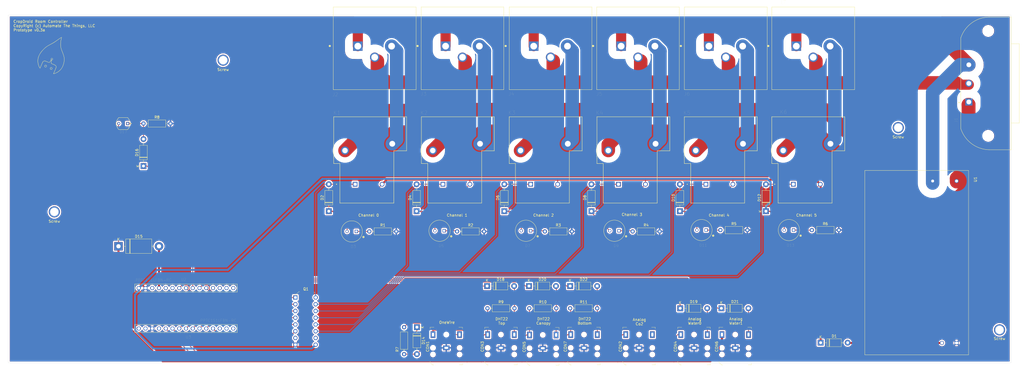
<source format=kicad_pcb>
(kicad_pcb (version 20171130) (host pcbnew 5.1.5-52549c5~84~ubuntu18.04.1)
  (title_block (title "CropDroid Room Controller") (date 2020-02-04) (rev v0.3a) (company "Automate The Things, LLC") (comment 3 "License: Proprietary") (comment 4 "Author: Jeremy Hahn"))
  (layers (0 F.Cu signal) (31 B.Cu signal) (34 B.Paste user) (35 F.Paste user) (36 B.SilkS user) (37 F.SilkS user) (38 B.Mask user) (39 F.Mask user) (44 Edge.Cuts user))
  (net 0 "")
  (net 1 GND)
  (net 2 "Net-(CON1-Pad2)")
  (net 3 "Net-(CON2-Pad2)")
  (net 4 "Net-(CON3-Pad2)")
  (net 5 "Net-(CON4-Pad2)")
  (net 6 "Net-(D1-Pad2)")
  (net 7 "Net-(D11-Pad1)")
  (net 8 "Net-(J1-Pad2)")
  (net 9 "Net-(J1-Pad1)")
  (net 10 "Net-(J4-Pad2)")
  (net 11 "Net-(J6-Pad2)")
  (net 12 "Net-(Q1-Pad10)")
  (net 13 "Net-(Q1-Pad7)")
  (net 14 "Net-(Q1-Pad6)")
  (net 15 "Net-(Q1-Pad5)")
  (net 16 "Net-(Q1-Pad4)")
  (net 17 "Net-(Q1-Pad3)")
  (net 18 "Net-(Q1-Pad2)")
  (net 19 "Net-(Q1-Pad1)")
  (net 20 "Net-(U2-PadP$15)")
  (net 21 "Net-(U2-PadP$14)")
  (net 22 "Net-(U2-PadP$13)")
  (net 23 "Net-(U2-PadP$3)")
  (net 24 "Net-(CON1-Pad3)")
  (net 25 "Net-(D1-Pad1)")
  (net 26 "Net-(D3-Pad1)")
  (net 27 "Net-(D5-Pad1)")
  (net 28 "Net-(D7-Pad1)")
  (net 29 "Net-(D10-Pad2)")
  (net 30 "Net-(J1-Pad3)")
  (net 31 "Net-(J2-Pad2)")
  (net 32 "Net-(U3-PadP$15)")
  (net 33 "Net-(U3-PadP$14)")
  (net 34 "Net-(U3-PadP$3)")
  (net 35 "Net-(CON5-Pad2)")
  (net 36 "Net-(CON6-Pad2)")
  (net 37 "Net-(CON7-Pad2)")
  (net 38 "Net-(J3-Pad2)")
  (net 39 "Net-(J5-Pad2)")
  (net 40 "Net-(D2-Pad2)")
  (net 41 "Net-(D4-Pad2)")
  (net 42 "Net-(D6-Pad2)")
  (net 43 "Net-(D8-Pad2)")
  (net 44 "Net-(D9-Pad1)")
  (net 45 "Net-(D12-Pad2)")
  (net 46 "Net-(D13-Pad1)")
  (net 47 "Net-(D15-Pad2)")
  (net 48 "Net-(D16-Pad1)")
  (net 49 "Net-(D16-Pad2)")
  (net 50 "Net-(D18-Pad1)")
  (net 51 "Net-(D19-Pad1)")
  (net 52 "Net-(D20-Pad1)")
  (net 53 "Net-(D21-Pad1)")
  (net 54 "Net-(J7-Pad2)")
  (net 55 "Net-(U2-PadP$6)")
  (net 56 "Net-(U2-PadP$5)")
  (net 57 "Net-(U3-PadP$12)")
  (net 58 "Net-(U3-PadP$2)")
  (net 59 "Net-(U3-PadP$1)")
  (net 60 "Net-(U2-PadP$12)")
  (net 61 "Net-(D22-Pad1)")
  (net 62 "Net-(D14-Pad1)")
  (module drill-hole:Drill_Hole (layer F.Cu) (at 28.956 119.38)
    (fp_text reference Screw (at 9.144 4.826) (layer F.SilkS))
    (fp_text value Drill)
    (pad 1 thru_hole circle (at 9.144 1.27) (size 4.199999 4.199999) (drill 3.200001) (layers *.Cu *.Mask))
  )
  (module drill-hole:Drill_Hole (layer F.Cu) (at 390.144 169.164)
    (fp_text reference Screw (at 3.556 -0.762) (layer F.SilkS))
    (fp_text value Drill)
    (pad 1 thru_hole circle (at 3.556 -4.064) (size 4.199999 4.199999) (drill 3.200001) (layers *.Cu *.Mask))
  )
  (module drill-hole:Drill_Hole (layer F.Cu) (at 104.902 58.928)
    (fp_text reference Screw (at -3.302 8.128) (layer F.SilkS))
    (fp_text value Drill)
    (pad 1 thru_hole circle (at -3.302 4.572) (size 4.199999 4.199999) (drill 3.200001) (layers *.Cu *.Mask))
  )
  (module drill-hole:Drill_Hole (layer F.Cu) (at 354.076 86.614)
    (fp_text reference Screw (at 1.524 5.842) (layer F.SilkS))
    (fp_text value Drill)
    (pad 1 thru_hole circle (at 1.524 2.286) (size 4.199999 4.199999) (drill 3.200001) (layers *.Cu *.Mask))
  )
  (module libraries:cropdroid_logo (layer F.Cu) (at 36.83 61.722)
    (fp_text reference G*** hide)
    (fp_text value LOGO hide)
  )
  (module digikey-footprints:Headphone_Jack_3.5mm_SJ1-3523N (layer F.Cu) (at 185.547 166.878 90)
    (fp_text reference CON1 (at -4.5 -7 90) (layer F.SilkS))
    (fp_text value SJ1-3523N)
    (pad "" np_thru_hole circle (at -7.5 5 90) (size 1.2 1.2) (drill 1.2) (layers *.Cu *.Mask))
    (pad "" np_thru_hole circle (at -5 5 90) (size 1.2 1.2) (drill 1.2) (layers *.Cu *.Mask))
    (pad "" np_thru_hole circle (at -7.5 -5 90) (size 1.2 1.2) (drill 1.2) (layers *.Cu *.Mask))
    (pad "" np_thru_hole circle (at -5 -5 90) (size 1.2 1.2) (drill 1.2) (layers *.Cu *.Mask))
    (pad "" np_thru_hole circle (at 0 0 90) (size 1.2 1.2) (drill 1.2) (layers *.Cu *.Mask))
    (pad 1 thru_hole rect (at -5 0 90) (size 1.8 2.5) (drill oval 0.8 1.5) (layers *.Cu *.Mask) (net 1 GND))
    (pad 2 thru_hole rect (at 0 5 90) (size 2.5 1.8) (drill oval 1.5 0.8) (layers *.Cu *.Mask) (net 2 "Net-(CON1-Pad2)"))
    (pad 3 thru_hole rect (at 0 -5 90) (size 2.5 1.8) (drill oval 1.5 0.8) (layers *.Cu *.Mask) (net 24 "Net-(CON1-Pad3)"))
  )
  (module digikey-footprints:DIP-16_W7.62mm (layer F.Cu) (at 128.778 152.908)
    (fp_text reference Q1 (at 3.94 -3.2) (layer F.SilkS))
    (fp_text value ULN2003AN)
    (pad 9 thru_hole circle (at 7.62 17.78) (size 1.6 1.6) (drill 1) (layers *.Cu *.Mask) (net 25 "Net-(D1-Pad1)"))
    (pad 8 thru_hole circle (at 0 17.78) (size 1.6 1.6) (drill 1) (layers *.Cu *.Mask) (net 1 GND))
    (pad 16 thru_hole circle (at 7.62 0) (size 1.6 1.6) (drill 1) (layers *.Cu *.Mask) (net 40 "Net-(D2-Pad2)"))
    (pad 15 thru_hole circle (at 7.62 2.54) (size 1.6 1.6) (drill 1) (layers *.Cu *.Mask) (net 41 "Net-(D4-Pad2)"))
    (pad 14 thru_hole circle (at 7.62 5.08) (size 1.6 1.6) (drill 1) (layers *.Cu *.Mask) (net 42 "Net-(D6-Pad2)"))
    (pad 13 thru_hole circle (at 7.62 7.62) (size 1.6 1.6) (drill 1) (layers *.Cu *.Mask) (net 43 "Net-(D8-Pad2)"))
    (pad 12 thru_hole circle (at 7.62 10.16) (size 1.6 1.6) (drill 1) (layers *.Cu *.Mask) (net 29 "Net-(D10-Pad2)"))
    (pad 11 thru_hole circle (at 7.62 12.7) (size 1.6 1.6) (drill 1) (layers *.Cu *.Mask) (net 45 "Net-(D12-Pad2)"))
    (pad 10 thru_hole circle (at 7.62 15.24) (size 1.6 1.6) (drill 1) (layers *.Cu *.Mask) (net 12 "Net-(Q1-Pad10)"))
    (pad 7 thru_hole circle (at 0 15.24) (size 1.6 1.6) (drill 1) (layers *.Cu *.Mask) (net 13 "Net-(Q1-Pad7)"))
    (pad 6 thru_hole circle (at 0 12.7) (size 1.6 1.6) (drill 1) (layers *.Cu *.Mask) (net 14 "Net-(Q1-Pad6)"))
    (pad 5 thru_hole circle (at 0 10.16) (size 1.6 1.6) (drill 1) (layers *.Cu *.Mask) (net 15 "Net-(Q1-Pad5)"))
    (pad 4 thru_hole circle (at 0 7.62) (size 1.6 1.6) (drill 1) (layers *.Cu *.Mask) (net 16 "Net-(Q1-Pad4)"))
    (pad 3 thru_hole circle (at 0 5.08) (size 1.6 1.6) (drill 1) (layers *.Cu *.Mask) (net 17 "Net-(Q1-Pad3)"))
    (pad 2 thru_hole circle (at 0 2.54) (size 1.6 1.6) (drill 1) (layers *.Cu *.Mask) (net 18 "Net-(Q1-Pad2)"))
    (pad 1 thru_hole rect (at 0 0) (size 1.6 1.6) (drill 1) (layers *.Cu *.Mask) (net 19 "Net-(Q1-Pad1)"))
  )
  (module digikey-footprints:Headphone_Jack_3.5mm_SJ1-3523N (layer F.Cu) (at 237.363 166.878 90)
    (fp_text reference CON7 (at -4.5 -7 90) (layer F.SilkS))
    (fp_text value SJ1-3523N)
    (pad "" np_thru_hole circle (at -7.5 5 90) (size 1.2 1.2) (drill 1.2) (layers *.Cu *.Mask))
    (pad "" np_thru_hole circle (at -5 5 90) (size 1.2 1.2) (drill 1.2) (layers *.Cu *.Mask))
    (pad "" np_thru_hole circle (at -7.5 -5 90) (size 1.2 1.2) (drill 1.2) (layers *.Cu *.Mask))
    (pad "" np_thru_hole circle (at -5 -5 90) (size 1.2 1.2) (drill 1.2) (layers *.Cu *.Mask))
    (pad "" np_thru_hole circle (at 0 0 90) (size 1.2 1.2) (drill 1.2) (layers *.Cu *.Mask))
    (pad 1 thru_hole rect (at -5 0 90) (size 1.8 2.5) (drill oval 0.8 1.5) (layers *.Cu *.Mask) (net 1 GND))
    (pad 2 thru_hole rect (at 0 5 90) (size 2.5 1.8) (drill oval 1.5 0.8) (layers *.Cu *.Mask) (net 37 "Net-(CON7-Pad2)"))
    (pad 3 thru_hole rect (at 0 -5 90) (size 2.5 1.8) (drill oval 1.5 0.8) (layers *.Cu *.Mask) (net 24 "Net-(CON1-Pad3)"))
  )
  (module digikey-footprints:Headphone_Jack_3.5mm_SJ1-3523N (layer F.Cu) (at 221.869 167.005 90)
    (fp_text reference CON5 (at -4.5 -7 90) (layer F.SilkS))
    (fp_text value SJ1-3523N)
    (pad "" np_thru_hole circle (at -7.5 5 90) (size 1.2 1.2) (drill 1.2) (layers *.Cu *.Mask))
    (pad "" np_thru_hole circle (at -5 5 90) (size 1.2 1.2) (drill 1.2) (layers *.Cu *.Mask))
    (pad "" np_thru_hole circle (at -7.5 -5 90) (size 1.2 1.2) (drill 1.2) (layers *.Cu *.Mask))
    (pad "" np_thru_hole circle (at -5 -5 90) (size 1.2 1.2) (drill 1.2) (layers *.Cu *.Mask))
    (pad "" np_thru_hole circle (at 0 0 90) (size 1.2 1.2) (drill 1.2) (layers *.Cu *.Mask))
    (pad 1 thru_hole rect (at -5 0 90) (size 1.8 2.5) (drill oval 0.8 1.5) (layers *.Cu *.Mask) (net 1 GND))
    (pad 2 thru_hole rect (at 0 5 90) (size 2.5 1.8) (drill oval 1.5 0.8) (layers *.Cu *.Mask) (net 35 "Net-(CON5-Pad2)"))
    (pad 3 thru_hole rect (at 0 -5 90) (size 2.5 1.8) (drill oval 1.5 0.8) (layers *.Cu *.Mask) (net 24 "Net-(CON1-Pad3)"))
  )
  (module digikey-footprints:Headphone_Jack_3.5mm_SJ1-3523N (layer F.Cu) (at 206.121 166.878 90)
    (fp_text reference CON3 (at -4.5 -7 90) (layer F.SilkS))
    (fp_text value SJ1-3523N)
    (pad "" np_thru_hole circle (at -7.5 5 90) (size 1.2 1.2) (drill 1.2) (layers *.Cu *.Mask))
    (pad "" np_thru_hole circle (at -5 5 90) (size 1.2 1.2) (drill 1.2) (layers *.Cu *.Mask))
    (pad "" np_thru_hole circle (at -7.5 -5 90) (size 1.2 1.2) (drill 1.2) (layers *.Cu *.Mask))
    (pad "" np_thru_hole circle (at -5 -5 90) (size 1.2 1.2) (drill 1.2) (layers *.Cu *.Mask))
    (pad "" np_thru_hole circle (at 0 0 90) (size 1.2 1.2) (drill 1.2) (layers *.Cu *.Mask))
    (pad 1 thru_hole rect (at -5 0 90) (size 1.8 2.5) (drill oval 0.8 1.5) (layers *.Cu *.Mask) (net 1 GND))
    (pad 2 thru_hole rect (at 0 5 90) (size 2.5 1.8) (drill oval 1.5 0.8) (layers *.Cu *.Mask) (net 4 "Net-(CON3-Pad2)"))
    (pad 3 thru_hole rect (at 0 -5 90) (size 2.5 1.8) (drill oval 1.5 0.8) (layers *.Cu *.Mask) (net 24 "Net-(CON1-Pad3)"))
  )
  (module 3-213598-2:TE_3-213598-2 (layer F.Cu) (at 158.623 59.032)
    (fp_text reference J2 (at -14.859 17.422) (layer F.SilkS) (effects (font (size 1.320047 1.320047) (thickness 0.015))))
    (fp_text value 3-213598-2)
    (pad 3 thru_hole circle (at 0 3.38) (size 3.556 3.556) (drill 2.54) (layers *.Cu *.Mask) (net 8 "Net-(J1-Pad2)"))
    (pad 2 thru_hole circle (at 6.35 -0.81) (size 3.556 3.556) (drill 2.54) (layers *.Cu *.Mask) (net 31 "Net-(J2-Pad2)"))
    (pad 1 thru_hole rect (at -6.35 -0.81) (size 3.556 3.556) (drill 2.54) (layers *.Cu *.Mask) (net 30 "Net-(J1-Pad3)"))
  )
  (module Diode_THT:D_DO-41_SOD81_P10.16mm_Horizontal (layer F.Cu) (at 174.371 120.396 90)
    (fp_text reference D4 (at 5.08 -2.47 90) (layer F.SilkS))
    (fp_text value 1N4001)
    (pad 2 thru_hole oval (at 10.16 0 90) (size 2.2 2.2) (drill 1.1) (layers *.Cu *.Mask) (net 41 "Net-(D4-Pad2)"))
    (pad 1 thru_hole rect (at 0 0 90) (size 2.2 2.2) (drill 1.1) (layers *.Cu *.Mask) (net 25 "Net-(D1-Pad1)"))
  )
  (module T9AS1D12-15:RELAY_T9AS1D12-15 (layer F.Cu) (at 283.21 110.236)
    (fp_text reference K5 (at -7.112 -26.924) (layer F.SilkS) (effects (font (size 1.395488 1.395488) (thickness 0.015))))
    (fp_text value T9AS1D12-15)
    (pad 4 thru_hole circle (at 13.97 -15.24) (size 3.29 3.29) (drill 2.19) (layers *.Cu *.Mask) (net 11 "Net-(J6-Pad2)"))
    (pad 3 thru_hole circle (at -3.81 -12.7) (size 3.09 3.09) (drill 2.06) (layers *.Cu *.Mask) (net 9 "Net-(J1-Pad1)"))
    (pad 1 thru_hole rect (at 0 0) (size 1.76 1.76) (drill 1.17) (layers *.Cu *.Mask) (net 29 "Net-(D10-Pad2)"))
    (pad 2 thru_hole circle (at 10.16 0) (size 1.76 1.76) (drill 1.17) (layers *.Cu *.Mask) (net 25 "Net-(D1-Pad1)"))
  )
  (module 3-213598-2:TE_3-213598-2 (layer F.Cu) (at 191.643 59.032)
    (fp_text reference J3 (at -14.605 17.168) (layer F.SilkS) (effects (font (size 1.320047 1.320047) (thickness 0.015))))
    (fp_text value 3-213598-2)
    (pad 3 thru_hole circle (at 0 3.38) (size 3.556 3.556) (drill 2.54) (layers *.Cu *.Mask) (net 8 "Net-(J1-Pad2)"))
    (pad 2 thru_hole circle (at 6.35 -0.81) (size 3.556 3.556) (drill 2.54) (layers *.Cu *.Mask) (net 38 "Net-(J3-Pad2)"))
    (pad 1 thru_hole rect (at -6.35 -0.81) (size 3.556 3.556) (drill 2.54) (layers *.Cu *.Mask) (net 30 "Net-(J1-Pad3)"))
  )
  (module 703W-00_52:52 (layer F.Cu) (at 382.143 79.248 90)
    (fp_text reference J1 (at -6.81875 -4.83625 90) (layer F.SilkS) (effects (font (size 1.001969 1.001969) (thickness 0.015))))
    (fp_text value 703W-00_52)
    (pad None np_thru_hole circle (at -12.75 7.3 90) (size 3.5 3.5) (drill 3.5) (layers *.Cu *.Mask))
    (pad None np_thru_hole circle (at 26.75 7.3 90) (size 3.5 3.5) (drill 3.5) (layers *.Cu *.Mask))
    (pad 1 thru_hole rect (at 0 0 90) (size 2.7 2.7) (drill 1.8) (layers *.Cu *.Mask) (net 9 "Net-(J1-Pad1)"))
    (pad 2 thru_hole circle (at 7 0 90) (size 2.7 2.7) (drill 1.8) (layers *.Cu *.Mask) (net 8 "Net-(J1-Pad2)"))
    (pad 3 thru_hole circle (at 14 0 90) (size 2.7 2.7) (drill 1.8) (layers *.Cu *.Mask) (net 30 "Net-(J1-Pad3)"))
  )
  (module IRM-30-12:IRM-30-12 (layer F.Cu) (at 343.027 105.029 270)
    (fp_text reference U1 (at 3.41 -41.58 90) (layer F.SilkS))
    (fp_text value IRM-30-12)
    (pad 4 thru_hole circle (at 65 -29 270) (size 1.524 1.524) (drill 1.1) (layers *.Cu *.Mask) (net 6 "Net-(D1-Pad2)"))
    (pad 3 thru_hole circle (at 65 -34.5 270) (size 1.524 1.524) (drill 1.1) (layers *.Cu *.Mask) (net 1 GND))
    (pad 2 thru_hole circle (at 4 -25.5 270) (size 1.524 1.524) (drill 1.1) (layers *.Cu *.Mask) (net 30 "Net-(J1-Pad3)"))
    (pad 1 thru_hole circle (at 4 -34.5 270) (size 1.524 1.524) (drill 1.1) (layers *.Cu *.Mask) (net 9 "Net-(J1-Pad1)"))
  )
  (module 3-213598-2:TE_3-213598-2 (layer F.Cu) (at 290.703 59.032)
    (fp_text reference J6 (at -14.605 17.168) (layer F.SilkS) (effects (font (size 1.320047 1.320047) (thickness 0.015))))
    (fp_text value 3-213598-2)
    (pad 3 thru_hole circle (at 0 3.38) (size 3.556 3.556) (drill 2.54) (layers *.Cu *.Mask) (net 8 "Net-(J1-Pad2)"))
    (pad 2 thru_hole circle (at 6.35 -0.81) (size 3.556 3.556) (drill 2.54) (layers *.Cu *.Mask) (net 11 "Net-(J6-Pad2)"))
    (pad 1 thru_hole rect (at -6.35 -0.81) (size 3.556 3.556) (drill 2.54) (layers *.Cu *.Mask) (net 30 "Net-(J1-Pad3)"))
  )
  (module 3-213598-2:TE_3-213598-2 (layer F.Cu) (at 257.683 59.032)
    (fp_text reference J5 (at -14.605 17.168) (layer F.SilkS) (effects (font (size 1.320047 1.320047) (thickness 0.015))))
    (fp_text value 3-213598-2)
    (pad 3 thru_hole circle (at 0 3.38) (size 3.556 3.556) (drill 2.54) (layers *.Cu *.Mask) (net 8 "Net-(J1-Pad2)"))
    (pad 2 thru_hole circle (at 6.35 -0.81) (size 3.556 3.556) (drill 2.54) (layers *.Cu *.Mask) (net 39 "Net-(J5-Pad2)"))
    (pad 1 thru_hole rect (at -6.35 -0.81) (size 3.556 3.556) (drill 2.54) (layers *.Cu *.Mask) (net 30 "Net-(J1-Pad3)"))
  )
  (module 3-213598-2:TE_3-213598-2 (layer F.Cu) (at 224.79 59.032)
    (fp_text reference J4 (at -14.732 17.168) (layer F.SilkS) (effects (font (size 1.320047 1.320047) (thickness 0.015))))
    (fp_text value 3-213598-2)
    (pad 3 thru_hole circle (at 0 3.38) (size 3.556 3.556) (drill 2.54) (layers *.Cu *.Mask) (net 8 "Net-(J1-Pad2)"))
    (pad 2 thru_hole circle (at 6.35 -0.81) (size 3.556 3.556) (drill 2.54) (layers *.Cu *.Mask) (net 10 "Net-(J4-Pad2)"))
    (pad 1 thru_hole rect (at -6.35 -0.81) (size 3.556 3.556) (drill 2.54) (layers *.Cu *.Mask) (net 30 "Net-(J1-Pad3)"))
  )
  (module T9AS1D12-15:RELAY_T9AS1D12-15 (layer F.Cu) (at 250.317 110.236)
    (fp_text reference K4 (at -7.112 -26.924) (layer F.SilkS) (effects (font (size 1.395488 1.395488) (thickness 0.015))))
    (fp_text value T9AS1D12-15)
    (pad 4 thru_hole circle (at 13.97 -15.24) (size 3.29 3.29) (drill 2.19) (layers *.Cu *.Mask) (net 39 "Net-(J5-Pad2)"))
    (pad 3 thru_hole circle (at -3.81 -12.7) (size 3.09 3.09) (drill 2.06) (layers *.Cu *.Mask) (net 9 "Net-(J1-Pad1)"))
    (pad 1 thru_hole rect (at 0 0) (size 1.76 1.76) (drill 1.17) (layers *.Cu *.Mask) (net 43 "Net-(D8-Pad2)"))
    (pad 2 thru_hole circle (at 10.16 0) (size 1.76 1.76) (drill 1.17) (layers *.Cu *.Mask) (net 25 "Net-(D1-Pad1)"))
  )
  (module PPTC151LFBN-RC:PPTC151LFBN-RC (layer F.Cu) (at 105.41 164.592 180)
    (fp_text reference U3 (at 16.8653 -3.22461) (layer F.SilkS) (effects (font (size 1.002992 1.002992) (thickness 0.015))))
    (fp_text value PPTC151LFBN-RC)
    (fp_text user PPTC151LFBN-RC (at 5.588 3.048) (layer F.SilkS) (effects (font (size 1.001717 1.001717) (thickness 0.015))))
    (pad P$15 thru_hole circle (at 35.56 0 180) (size 1.53 1.53) (drill 1.02) (layers *.Cu *.Mask) (net 32 "Net-(U3-PadP$15)"))
    (pad P$14 thru_hole circle (at 33.02 0 180) (size 1.53 1.53) (drill 1.02) (layers *.Cu *.Mask) (net 33 "Net-(U3-PadP$14)"))
    (pad P$13 thru_hole circle (at 30.48 0 180) (size 1.53 1.53) (drill 1.02) (layers *.Cu *.Mask) (net 1 GND))
    (pad P$12 thru_hole circle (at 27.94 0 180) (size 1.53 1.53) (drill 1.02) (layers *.Cu *.Mask) (net 57 "Net-(U3-PadP$12)"))
    (pad P$11 thru_hole circle (at 25.4 0 180) (size 1.53 1.53) (drill 1.02) (layers *.Cu *.Mask) (net 62 "Net-(D14-Pad1)"))
    (pad P$10 thru_hole circle (at 22.86 0 180) (size 1.53 1.53) (drill 1.02) (layers *.Cu *.Mask) (net 50 "Net-(D18-Pad1)"))
    (pad P$9 thru_hole circle (at 20.32 0 180) (size 1.53 1.53) (drill 1.02) (layers *.Cu *.Mask) (net 19 "Net-(Q1-Pad1)"))
    (pad P$8 thru_hole circle (at 17.78 0 180) (size 1.53 1.53) (drill 1.02) (layers *.Cu *.Mask) (net 18 "Net-(Q1-Pad2)"))
    (pad P$7 thru_hole circle (at 15.24 0 180) (size 1.53 1.53) (drill 1.02) (layers *.Cu *.Mask) (net 17 "Net-(Q1-Pad3)"))
    (pad P$6 thru_hole circle (at 12.7 0 180) (size 1.53 1.53) (drill 1.02) (layers *.Cu *.Mask) (net 16 "Net-(Q1-Pad4)"))
    (pad P$5 thru_hole circle (at 10.16 0 180) (size 1.53 1.53) (drill 1.02) (layers *.Cu *.Mask) (net 15 "Net-(Q1-Pad5)"))
    (pad P$4 thru_hole circle (at 7.62 0 180) (size 1.53 1.53) (drill 1.02) (layers *.Cu *.Mask) (net 14 "Net-(Q1-Pad6)"))
    (pad P$3 thru_hole circle (at 5.08 0 180) (size 1.53 1.53) (drill 1.02) (layers *.Cu *.Mask) (net 34 "Net-(U3-PadP$3)"))
    (pad P$2 thru_hole circle (at 2.54 0 180) (size 1.53 1.53) (drill 1.02) (layers *.Cu *.Mask) (net 58 "Net-(U3-PadP$2)"))
    (pad P$1 thru_hole circle (at 0 0 180) (size 1.53 1.53) (drill 1.02) (layers *.Cu *.Mask) (net 59 "Net-(U3-PadP$1)"))
  )
  (module PPTC151LFBN-RC:PPTC151LFBN-RC (layer F.Cu) (at 69.85 149.352)
    (fp_text reference U2 (at 16.8653 -3.22461) (layer F.SilkS) (effects (font (size 1.002992 1.002992) (thickness 0.015))))
    (fp_text value PPTC151LFBN-RC)
    (fp_text user PPTC151LFBN-RC (at 5.588 -3.048) (layer F.SilkS) (effects (font (size 1.001717 1.001717) (thickness 0.015))))
    (pad P$15 thru_hole circle (at 35.56 0) (size 1.53 1.53) (drill 1.02) (layers *.Cu *.Mask) (net 20 "Net-(U2-PadP$15)"))
    (pad P$14 thru_hole circle (at 33.02 0) (size 1.53 1.53) (drill 1.02) (layers *.Cu *.Mask) (net 21 "Net-(U2-PadP$14)"))
    (pad P$13 thru_hole circle (at 30.48 0) (size 1.53 1.53) (drill 1.02) (layers *.Cu *.Mask) (net 22 "Net-(U2-PadP$13)"))
    (pad P$12 thru_hole circle (at 27.94 0) (size 1.53 1.53) (drill 1.02) (layers *.Cu *.Mask) (net 60 "Net-(U2-PadP$12)"))
    (pad P$11 thru_hole circle (at 25.4 0) (size 1.53 1.53) (drill 1.02) (layers *.Cu *.Mask) (net 51 "Net-(D19-Pad1)"))
    (pad P$10 thru_hole circle (at 22.86 0) (size 1.53 1.53) (drill 1.02) (layers *.Cu *.Mask) (net 53 "Net-(D21-Pad1)"))
    (pad P$9 thru_hole circle (at 20.32 0) (size 1.53 1.53) (drill 1.02) (layers *.Cu *.Mask) (net 48 "Net-(D16-Pad1)"))
    (pad P$8 thru_hole circle (at 17.78 0) (size 1.53 1.53) (drill 1.02) (layers *.Cu *.Mask) (net 52 "Net-(D20-Pad1)"))
    (pad P$7 thru_hole circle (at 15.24 0) (size 1.53 1.53) (drill 1.02) (layers *.Cu *.Mask) (net 61 "Net-(D22-Pad1)"))
    (pad P$6 thru_hole circle (at 12.7 0) (size 1.53 1.53) (drill 1.02) (layers *.Cu *.Mask) (net 55 "Net-(U2-PadP$6)"))
    (pad P$5 thru_hole circle (at 10.16 0) (size 1.53 1.53) (drill 1.02) (layers *.Cu *.Mask) (net 56 "Net-(U2-PadP$5)"))
    (pad P$4 thru_hole circle (at 7.62 0) (size 1.53 1.53) (drill 1.02) (layers *.Cu *.Mask) (net 47 "Net-(D15-Pad2)"))
    (pad P$3 thru_hole circle (at 5.08 0) (size 1.53 1.53) (drill 1.02) (layers *.Cu *.Mask) (net 23 "Net-(U2-PadP$3)"))
    (pad P$2 thru_hole circle (at 2.54 0) (size 1.53 1.53) (drill 1.02) (layers *.Cu *.Mask) (net 1 GND))
    (pad P$1 thru_hole circle (at 0 0) (size 1.53 1.53) (drill 1.02) (layers *.Cu *.Mask) (net 25 "Net-(D1-Pad1)"))
  )
  (module Resistor_THT:R_Axial_DIN0207_L6.3mm_D2.5mm_P10.16mm_Horizontal (layer F.Cu) (at 232.156 156.972)
    (fp_text reference R11 (at 5.08 -2.37) (layer F.SilkS))
    (fp_text value 4.7k)
    (pad 2 thru_hole oval (at 10.16 0) (size 1.6 1.6) (drill 0.8) (layers *.Cu *.Mask) (net 37 "Net-(CON7-Pad2)"))
    (pad 1 thru_hole circle (at 0 0) (size 1.6 1.6) (drill 0.8) (layers *.Cu *.Mask) (net 24 "Net-(CON1-Pad3)"))
  )
  (module Resistor_THT:R_Axial_DIN0207_L6.3mm_D2.5mm_P10.16mm_Horizontal (layer F.Cu) (at 216.789 156.972)
    (fp_text reference R10 (at 5.08 -2.37) (layer F.SilkS))
    (fp_text value 4.7k)
    (pad 2 thru_hole oval (at 10.16 0) (size 1.6 1.6) (drill 0.8) (layers *.Cu *.Mask) (net 35 "Net-(CON5-Pad2)"))
    (pad 1 thru_hole circle (at 0 0) (size 1.6 1.6) (drill 0.8) (layers *.Cu *.Mask) (net 24 "Net-(CON1-Pad3)"))
  )
  (module Resistor_THT:R_Axial_DIN0207_L6.3mm_D2.5mm_P10.16mm_Horizontal (layer F.Cu) (at 201.041 156.972)
    (fp_text reference R9 (at 5.08 -2.37) (layer F.SilkS))
    (fp_text value 4.7k)
    (pad 2 thru_hole oval (at 10.16 0) (size 1.6 1.6) (drill 0.8) (layers *.Cu *.Mask) (net 4 "Net-(CON3-Pad2)"))
    (pad 1 thru_hole circle (at 0 0) (size 1.6 1.6) (drill 0.8) (layers *.Cu *.Mask) (net 24 "Net-(CON1-Pad3)"))
  )
  (module Resistor_THT:R_Axial_DIN0207_L6.3mm_D2.5mm_P10.16mm_Horizontal (layer F.Cu) (at 169.672 164.084 270)
    (fp_text reference R7 (at 8.382 2.54 90) (layer F.SilkS))
    (fp_text value 4.7k)
    (pad 2 thru_hole oval (at 10.16 0 270) (size 1.6 1.6) (drill 0.8) (layers *.Cu *.Mask) (net 2 "Net-(CON1-Pad2)"))
    (pad 1 thru_hole circle (at 0 0 270) (size 1.6 1.6) (drill 0.8) (layers *.Cu *.Mask) (net 24 "Net-(CON1-Pad3)"))
  )
  (module Resistor_THT:R_Axial_DIN0207_L6.3mm_D2.5mm_P10.16mm_Horizontal (layer F.Cu) (at 288.671 127.508)
    (fp_text reference R5 (at 5.08 -2.37) (layer F.SilkS))
    (fp_text value "1 Ohm")
    (pad 2 thru_hole oval (at 10.16 0) (size 1.6 1.6) (drill 0.8) (layers *.Cu *.Mask) (net 1 GND))
    (pad 1 thru_hole circle (at 0 0) (size 1.6 1.6) (drill 0.8) (layers *.Cu *.Mask) (net 7 "Net-(D11-Pad1)"))
  )
  (module Resistor_THT:R_Axial_DIN0207_L6.3mm_D2.5mm_P10.16mm_Horizontal (layer F.Cu) (at 255.651 128.016)
    (fp_text reference R4 (at 5.08 -2.37) (layer F.SilkS))
    (fp_text value "1 Ohm")
    (pad 2 thru_hole oval (at 10.16 0) (size 1.6 1.6) (drill 0.8) (layers *.Cu *.Mask) (net 1 GND))
    (pad 1 thru_hole circle (at 0 0) (size 1.6 1.6) (drill 0.8) (layers *.Cu *.Mask) (net 44 "Net-(D9-Pad1)"))
  )
  (module Resistor_THT:R_Axial_DIN0207_L6.3mm_D2.5mm_P10.16mm_Horizontal (layer F.Cu) (at 222.631 128.016)
    (fp_text reference R3 (at 5.08 -2.37) (layer F.SilkS))
    (fp_text value "1 Ohm")
    (pad 2 thru_hole oval (at 10.16 0) (size 1.6 1.6) (drill 0.8) (layers *.Cu *.Mask) (net 1 GND))
    (pad 1 thru_hole circle (at 0 0) (size 1.6 1.6) (drill 0.8) (layers *.Cu *.Mask) (net 28 "Net-(D7-Pad1)"))
  )
  (module Resistor_THT:R_Axial_DIN0207_L6.3mm_D2.5mm_P10.16mm_Horizontal (layer F.Cu) (at 189.611 128.016)
    (fp_text reference R2 (at 5.08 -2.37) (layer F.SilkS))
    (fp_text value "1 Ohm")
    (pad 2 thru_hole oval (at 10.16 0) (size 1.6 1.6) (drill 0.8) (layers *.Cu *.Mask) (net 1 GND))
    (pad 1 thru_hole circle (at 0 0) (size 1.6 1.6) (drill 0.8) (layers *.Cu *.Mask) (net 27 "Net-(D5-Pad1)"))
  )
  (module Resistor_THT:R_Axial_DIN0207_L6.3mm_D2.5mm_P10.16mm_Horizontal (layer F.Cu) (at 156.591 128.016)
    (fp_text reference R1 (at 5.08 -2.37) (layer F.SilkS))
    (fp_text value "1 Ohm")
    (pad 2 thru_hole oval (at 10.16 0) (size 1.6 1.6) (drill 0.8) (layers *.Cu *.Mask) (net 1 GND))
    (pad 1 thru_hole circle (at 0 0) (size 1.6 1.6) (drill 0.8) (layers *.Cu *.Mask) (net 26 "Net-(D3-Pad1)"))
  )
  (module T9AS1D12-15:RELAY_T9AS1D12-15 (layer F.Cu) (at 217.297 110.236)
    (fp_text reference K3 (at -7.112 -26.924) (layer F.SilkS) (effects (font (size 1.395488 1.395488) (thickness 0.015))))
    (fp_text value T9AS1D12-15)
    (pad 4 thru_hole circle (at 13.97 -15.24) (size 3.29 3.29) (drill 2.19) (layers *.Cu *.Mask) (net 10 "Net-(J4-Pad2)"))
    (pad 3 thru_hole circle (at -3.81 -12.7) (size 3.09 3.09) (drill 2.06) (layers *.Cu *.Mask) (net 9 "Net-(J1-Pad1)"))
    (pad 1 thru_hole rect (at 0 0) (size 1.76 1.76) (drill 1.17) (layers *.Cu *.Mask) (net 42 "Net-(D6-Pad2)"))
    (pad 2 thru_hole circle (at 10.16 0) (size 1.76 1.76) (drill 1.17) (layers *.Cu *.Mask) (net 25 "Net-(D1-Pad1)"))
  )
  (module T9AS1D12-15:RELAY_T9AS1D12-15 (layer F.Cu) (at 184.277 110.236)
    (fp_text reference K2 (at -7.112 -26.924) (layer F.SilkS) (effects (font (size 1.395488 1.395488) (thickness 0.015))))
    (fp_text value T9AS1D12-15)
    (pad 4 thru_hole circle (at 13.97 -15.24) (size 3.29 3.29) (drill 2.19) (layers *.Cu *.Mask) (net 38 "Net-(J3-Pad2)"))
    (pad 3 thru_hole circle (at -3.81 -12.7) (size 3.09 3.09) (drill 2.06) (layers *.Cu *.Mask) (net 9 "Net-(J1-Pad1)"))
    (pad 1 thru_hole rect (at 0 0) (size 1.76 1.76) (drill 1.17) (layers *.Cu *.Mask) (net 41 "Net-(D4-Pad2)"))
    (pad 2 thru_hole circle (at 10.16 0) (size 1.76 1.76) (drill 1.17) (layers *.Cu *.Mask) (net 25 "Net-(D1-Pad1)"))
  )
  (module T9AS1D12-15:RELAY_T9AS1D12-15 (layer F.Cu) (at 151.257 110.236)
    (fp_text reference K1 (at -6.858 -26.924) (layer F.SilkS) (effects (font (size 1.395488 1.395488) (thickness 0.015))))
    (fp_text value T9AS1D12-15)
    (pad 4 thru_hole circle (at 13.97 -15.24) (size 3.29 3.29) (drill 2.19) (layers *.Cu *.Mask) (net 31 "Net-(J2-Pad2)"))
    (pad 3 thru_hole circle (at -3.81 -12.7) (size 3.09 3.09) (drill 2.06) (layers *.Cu *.Mask) (net 9 "Net-(J1-Pad1)"))
    (pad 1 thru_hole rect (at 0 0) (size 1.76 1.76) (drill 1.17) (layers *.Cu *.Mask) (net 40 "Net-(D2-Pad2)"))
    (pad 2 thru_hole circle (at 10.16 0) (size 1.76 1.76) (drill 1.17) (layers *.Cu *.Mask) (net 25 "Net-(D1-Pad1)"))
  )
  (module libraries:PHODET_PDV-P8103 (layer F.Cu) (at 64.008 87.376 180)
    (fp_text reference D17 (at -0.035 -3.12761) (layer F.SilkS) (effects (font (size 1.000819 1.000819) (thickness 0.015))))
    (fp_text value D_Photo)
    (pad 2 thru_hole circle (at 1.7 0 180) (size 1.158 1.158) (drill 0.65) (layers *.Cu *.Mask) (net 24 "Net-(CON1-Pad3)"))
    (pad 1 thru_hole rect (at -1.7 0 180) (size 1.158 1.158) (drill 0.65) (layers *.Cu *.Mask) (net 49 "Net-(D16-Pad2)"))
  )
  (module libraries:CAPPRD350W60D800H2000 (layer F.Cu) (at 281.559 127.508 180)
    (fp_text reference D11 (at -0.635 -5.715) (layer F.SilkS) (effects (font (thickness 0.015))))
    (fp_text value LED)
    (pad 2 thru_hole circle (at 1.75 0 180) (size 1.23 1.23) (drill 0.82) (layers *.Cu *.Mask) (net 25 "Net-(D1-Pad1)"))
    (pad 1 thru_hole rect (at -1.75 0 180) (size 1.23 1.23) (drill 0.82) (layers *.Cu *.Mask) (net 7 "Net-(D11-Pad1)"))
  )
  (module Diode_THT:D_DO-41_SOD81_P10.16mm_Horizontal (layer F.Cu) (at 273.431 120.396 90)
    (fp_text reference D10 (at 5.08 -2.47 90) (layer F.SilkS))
    (fp_text value 1N4001)
    (pad 2 thru_hole oval (at 10.16 0 90) (size 2.2 2.2) (drill 1.1) (layers *.Cu *.Mask) (net 29 "Net-(D10-Pad2)"))
    (pad 1 thru_hole rect (at 0 0 90) (size 2.2 2.2) (drill 1.1) (layers *.Cu *.Mask) (net 25 "Net-(D1-Pad1)"))
  )
  (module libraries:CAPPRD350W60D800H2000 (layer F.Cu) (at 248.793 127.762 180)
    (fp_text reference D9 (at -0.635 -5.715) (layer F.SilkS) (effects (font (thickness 0.015))))
    (fp_text value LED)
    (pad 2 thru_hole circle (at 1.75 0 180) (size 1.23 1.23) (drill 0.82) (layers *.Cu *.Mask) (net 25 "Net-(D1-Pad1)"))
    (pad 1 thru_hole rect (at -1.75 0 180) (size 1.23 1.23) (drill 0.82) (layers *.Cu *.Mask) (net 44 "Net-(D9-Pad1)"))
  )
  (module Diode_THT:D_DO-41_SOD81_P10.16mm_Horizontal (layer F.Cu) (at 240.157 120.396 90)
    (fp_text reference D8 (at 5.08 -2.47 90) (layer F.SilkS))
    (fp_text value 1N4001)
    (pad 2 thru_hole oval (at 10.16 0 90) (size 2.2 2.2) (drill 1.1) (layers *.Cu *.Mask) (net 43 "Net-(D8-Pad2)"))
    (pad 1 thru_hole rect (at 0 0 90) (size 2.2 2.2) (drill 1.1) (layers *.Cu *.Mask) (net 25 "Net-(D1-Pad1)"))
  )
  (module libraries:CAPPRD350W60D800H2000 (layer F.Cu) (at 215.519 127.762 180)
    (fp_text reference D7 (at -0.635 -5.715) (layer F.SilkS) (effects (font (thickness 0.015))))
    (fp_text value LED)
    (pad 2 thru_hole circle (at 1.75 0 180) (size 1.23 1.23) (drill 0.82) (layers *.Cu *.Mask) (net 25 "Net-(D1-Pad1)"))
    (pad 1 thru_hole rect (at -1.75 0 180) (size 1.23 1.23) (drill 0.82) (layers *.Cu *.Mask) (net 28 "Net-(D7-Pad1)"))
  )
  (module Diode_THT:D_DO-41_SOD81_P10.16mm_Horizontal (layer F.Cu) (at 207.391 120.396 90)
    (fp_text reference D6 (at 5.08 -2.47 90) (layer F.SilkS))
    (fp_text value 1N4001)
    (pad 2 thru_hole oval (at 10.16 0 90) (size 2.2 2.2) (drill 1.1) (layers *.Cu *.Mask) (net 42 "Net-(D6-Pad2)"))
    (pad 1 thru_hole rect (at 0 0 90) (size 2.2 2.2) (drill 1.1) (layers *.Cu *.Mask) (net 25 "Net-(D1-Pad1)"))
  )
  (module libraries:CAPPRD350W60D800H2000 (layer F.Cu) (at 183.007 127.762 180)
    (fp_text reference D5 (at -0.635 -5.715) (layer F.SilkS) (effects (font (thickness 0.015))))
    (fp_text value LED)
    (pad 2 thru_hole circle (at 1.75 0 180) (size 1.23 1.23) (drill 0.82) (layers *.Cu *.Mask) (net 25 "Net-(D1-Pad1)"))
    (pad 1 thru_hole rect (at -1.75 0 180) (size 1.23 1.23) (drill 0.82) (layers *.Cu *.Mask) (net 27 "Net-(D5-Pad1)"))
  )
  (module libraries:CAPPRD350W60D800H2000 (layer F.Cu) (at 149.987 128.016 180)
    (fp_text reference D3 (at -0.635 -5.715) (layer F.SilkS) (effects (font (thickness 0.015))))
    (fp_text value LED)
    (pad 2 thru_hole circle (at 1.75 0 180) (size 1.23 1.23) (drill 0.82) (layers *.Cu *.Mask) (net 25 "Net-(D1-Pad1)"))
    (pad 1 thru_hole rect (at -1.75 0 180) (size 1.23 1.23) (drill 0.82) (layers *.Cu *.Mask) (net 26 "Net-(D3-Pad1)"))
  )
  (module Diode_THT:D_DO-41_SOD81_P10.16mm_Horizontal (layer F.Cu) (at 141.351 120.396 90)
    (fp_text reference D2 (at 5.08 -2.47 90) (layer F.SilkS))
    (fp_text value 1N4001)
    (pad 2 thru_hole oval (at 10.16 0 90) (size 2.2 2.2) (drill 1.1) (layers *.Cu *.Mask) (net 40 "Net-(D2-Pad2)"))
    (pad 1 thru_hole rect (at 0 0 90) (size 2.2 2.2) (drill 1.1) (layers *.Cu *.Mask) (net 25 "Net-(D1-Pad1)"))
  )
  (module digikey-footprints:Headphone_Jack_3.5mm_SJ1-3523N (layer F.Cu) (at 294.259 166.878 90)
    (fp_text reference CON6 (at -4.5 -7 90) (layer F.SilkS))
    (fp_text value SJ1-3523N)
    (pad "" np_thru_hole circle (at -7.5 5 90) (size 1.2 1.2) (drill 1.2) (layers *.Cu *.Mask))
    (pad "" np_thru_hole circle (at -5 5 90) (size 1.2 1.2) (drill 1.2) (layers *.Cu *.Mask))
    (pad "" np_thru_hole circle (at -7.5 -5 90) (size 1.2 1.2) (drill 1.2) (layers *.Cu *.Mask))
    (pad "" np_thru_hole circle (at -5 -5 90) (size 1.2 1.2) (drill 1.2) (layers *.Cu *.Mask))
    (pad "" np_thru_hole circle (at 0 0 90) (size 1.2 1.2) (drill 1.2) (layers *.Cu *.Mask))
    (pad 1 thru_hole rect (at -5 0 90) (size 1.8 2.5) (drill oval 0.8 1.5) (layers *.Cu *.Mask) (net 1 GND))
    (pad 2 thru_hole rect (at 0 5 90) (size 2.5 1.8) (drill oval 1.5 0.8) (layers *.Cu *.Mask) (net 36 "Net-(CON6-Pad2)"))
    (pad 3 thru_hole rect (at 0 -5 90) (size 2.5 1.8) (drill oval 1.5 0.8) (layers *.Cu *.Mask) (net 24 "Net-(CON1-Pad3)"))
  )
  (module digikey-footprints:Headphone_Jack_3.5mm_SJ1-3523N (layer F.Cu) (at 278.765 166.878 90)
    (fp_text reference CON4 (at -4.5 -7 90) (layer F.SilkS))
    (fp_text value SJ1-3523N)
    (pad "" np_thru_hole circle (at -7.5 5 90) (size 1.2 1.2) (drill 1.2) (layers *.Cu *.Mask))
    (pad "" np_thru_hole circle (at -5 5 90) (size 1.2 1.2) (drill 1.2) (layers *.Cu *.Mask))
    (pad "" np_thru_hole circle (at -7.5 -5 90) (size 1.2 1.2) (drill 1.2) (layers *.Cu *.Mask))
    (pad "" np_thru_hole circle (at -5 -5 90) (size 1.2 1.2) (drill 1.2) (layers *.Cu *.Mask))
    (pad "" np_thru_hole circle (at 0 0 90) (size 1.2 1.2) (drill 1.2) (layers *.Cu *.Mask))
    (pad 1 thru_hole rect (at -5 0 90) (size 1.8 2.5) (drill oval 0.8 1.5) (layers *.Cu *.Mask) (net 1 GND))
    (pad 2 thru_hole rect (at 0 5 90) (size 2.5 1.8) (drill oval 1.5 0.8) (layers *.Cu *.Mask) (net 5 "Net-(CON4-Pad2)"))
    (pad 3 thru_hole rect (at 0 -5 90) (size 2.5 1.8) (drill oval 1.5 0.8) (layers *.Cu *.Mask) (net 24 "Net-(CON1-Pad3)"))
  )
  (module digikey-footprints:Headphone_Jack_3.5mm_SJ1-3523N (layer F.Cu) (at 258.064 166.878 90)
    (fp_text reference CON2 (at -4.5 -7 90) (layer F.SilkS))
    (fp_text value SJ1-3523N)
    (pad "" np_thru_hole circle (at -7.5 5 90) (size 1.2 1.2) (drill 1.2) (layers *.Cu *.Mask))
    (pad "" np_thru_hole circle (at -5 5 90) (size 1.2 1.2) (drill 1.2) (layers *.Cu *.Mask))
    (pad "" np_thru_hole circle (at -7.5 -5 90) (size 1.2 1.2) (drill 1.2) (layers *.Cu *.Mask))
    (pad "" np_thru_hole circle (at -5 -5 90) (size 1.2 1.2) (drill 1.2) (layers *.Cu *.Mask))
    (pad "" np_thru_hole circle (at 0 0 90) (size 1.2 1.2) (drill 1.2) (layers *.Cu *.Mask))
    (pad 1 thru_hole rect (at -5 0 90) (size 1.8 2.5) (drill oval 0.8 1.5) (layers *.Cu *.Mask) (net 1 GND))
    (pad 2 thru_hole rect (at 0 5 90) (size 2.5 1.8) (drill oval 1.5 0.8) (layers *.Cu *.Mask) (net 3 "Net-(CON2-Pad2)"))
    (pad 3 thru_hole rect (at 0 -5 90) (size 2.5 1.8) (drill oval 1.5 0.8) (layers *.Cu *.Mask) (net 24 "Net-(CON1-Pad3)"))
  )
  (module Diode_THT:D_DO-41_SOD81_P10.16mm_Horizontal (layer F.Cu) (at 326.39 169.926)
    (fp_text reference D1 (at 5.08 -2.47) (layer F.SilkS))
    (fp_text value 1N4001)
    (fp_text user K (at 0 -2.1) (layer F.SilkS))
    (pad 1 thru_hole rect (at 0 0) (size 2.2 2.2) (drill 1.1) (layers *.Cu *.Mask) (net 25 "Net-(D1-Pad1)"))
    (pad 2 thru_hole oval (at 10.16 0) (size 2.2 2.2) (drill 1.1) (layers *.Cu *.Mask) (net 6 "Net-(D1-Pad2)"))
  )
  (module Diode_THT:D_DO-41_SOD81_P10.16mm_Horizontal (layer F.Cu) (at 305.816 120.396 90)
    (fp_text reference D12 (at 5.08 -2.47 90) (layer F.SilkS))
    (fp_text value 1N4001)
    (fp_text user K (at 0 -2.1 90) (layer F.SilkS))
    (pad 1 thru_hole rect (at 0 0 90) (size 2.2 2.2) (drill 1.1) (layers *.Cu *.Mask) (net 25 "Net-(D1-Pad1)"))
    (pad 2 thru_hole oval (at 10.16 0 90) (size 2.2 2.2) (drill 1.1) (layers *.Cu *.Mask) (net 45 "Net-(D12-Pad2)"))
  )
  (module libraries:CAPPRD350W60D800H2000 (layer F.Cu) (at 314.452 127.508 180)
    (fp_text reference D13 (at -0.635 -5.715) (layer F.SilkS) (effects (font (thickness 0.015))))
    (fp_text value LED)
    (pad 1 thru_hole rect (at -1.75 0 180) (size 1.23 1.23) (drill 0.82) (layers *.Cu *.Mask) (net 46 "Net-(D13-Pad1)"))
    (pad 2 thru_hole circle (at 1.75 0 180) (size 1.23 1.23) (drill 0.82) (layers *.Cu *.Mask) (net 25 "Net-(D1-Pad1)"))
  )
  (module Diode_THT:D_DO-41_SOD81_P10.16mm_Horizontal (layer F.Cu) (at 174.498 164.084 270)
    (fp_text reference D14 (at 5.08 -2.47 90) (layer F.SilkS))
    (fp_text value 1N4001)
    (fp_text user K (at 0 -2.1 90) (layer F.SilkS))
    (pad 2 thru_hole oval (at 10.16 0 270) (size 2.2 2.2) (drill 1.1) (layers *.Cu *.Mask) (net 2 "Net-(CON1-Pad2)"))
    (pad 1 thru_hole rect (at 0 0 270) (size 2.2 2.2) (drill 1.1) (layers *.Cu *.Mask) (net 62 "Net-(D14-Pad1)"))
  )
  (module Diode_THT:D_DO-41_SOD81_P10.16mm_Horizontal (layer F.Cu) (at 273.558 156.972)
    (fp_text reference D19 (at 5.08 -2.47) (layer F.SilkS))
    (fp_text value 1N4001)
    (fp_text user K (at 0 -2.1) (layer F.SilkS))
    (pad 2 thru_hole oval (at 10.16 0) (size 2.2 2.2) (drill 1.1) (layers *.Cu *.Mask) (net 5 "Net-(CON4-Pad2)"))
    (pad 1 thru_hole rect (at 0 0) (size 2.2 2.2) (drill 1.1) (layers *.Cu *.Mask) (net 51 "Net-(D19-Pad1)"))
  )
  (module Diode_THT:D_DO-41_SOD81_P10.16mm_Horizontal (layer F.Cu) (at 216.662 148.59)
    (fp_text reference D20 (at 5.08 -2.47) (layer F.SilkS))
    (fp_text value 1N4001)
    (fp_text user K (at 0 -2.1) (layer F.SilkS))
    (pad 2 thru_hole oval (at 10.16 0) (size 2.2 2.2) (drill 1.1) (layers *.Cu *.Mask) (net 35 "Net-(CON5-Pad2)"))
    (pad 1 thru_hole rect (at 0 0) (size 2.2 2.2) (drill 1.1) (layers *.Cu *.Mask) (net 52 "Net-(D20-Pad1)"))
  )
  (module Diode_THT:D_DO-41_SOD81_P10.16mm_Horizontal (layer F.Cu) (at 289.052 156.972)
    (fp_text reference D21 (at 5.08 -2.47) (layer F.SilkS))
    (fp_text value 1N4001)
    (fp_text user K (at 0 -2.1) (layer F.SilkS))
    (pad 1 thru_hole rect (at 0 0) (size 2.2 2.2) (drill 1.1) (layers *.Cu *.Mask) (net 53 "Net-(D21-Pad1)"))
    (pad 2 thru_hole oval (at 10.16 0) (size 2.2 2.2) (drill 1.1) (layers *.Cu *.Mask) (net 36 "Net-(CON6-Pad2)"))
  )
  (module Diode_THT:D_DO-41_SOD81_P10.16mm_Horizontal (layer F.Cu) (at 232.156 148.59)
    (fp_text reference D22 (at 5.08 -2.47) (layer F.SilkS))
    (fp_text value 1N4001)
    (fp_text user K (at 0 -2.1) (layer F.SilkS))
    (pad 1 thru_hole rect (at 0 0) (size 2.2 2.2) (drill 1.1) (layers *.Cu *.Mask) (net 61 "Net-(D22-Pad1)"))
    (pad 2 thru_hole oval (at 10.16 0) (size 2.2 2.2) (drill 1.1) (layers *.Cu *.Mask) (net 37 "Net-(CON7-Pad2)"))
  )
  (module 3-213598-2:TE_3-213598-2 (layer F.Cu) (at 323.596 59.032)
    (fp_text reference J7 (at -11.36735 -17.40053) (layer F.SilkS) (effects (font (size 1.320047 1.320047) (thickness 0.015))))
    (fp_text value 3-213598-2)
    (pad 1 thru_hole rect (at -6.35 -0.81) (size 3.556 3.556) (drill 2.54) (layers *.Cu *.Mask) (net 30 "Net-(J1-Pad3)"))
    (pad 2 thru_hole circle (at 6.35 -0.81) (size 3.556 3.556) (drill 2.54) (layers *.Cu *.Mask) (net 54 "Net-(J7-Pad2)"))
    (pad 3 thru_hole circle (at 0 3.38) (size 3.556 3.556) (drill 2.54) (layers *.Cu *.Mask) (net 8 "Net-(J1-Pad2)"))
  )
  (module T9AS1D12-15:RELAY_T9AS1D12-15 (layer F.Cu) (at 316.103 110.236)
    (fp_text reference K6 (at -3.665025 -27.220035) (layer F.SilkS) (effects (font (size 1.395488 1.395488) (thickness 0.015))))
    (fp_text value T9AS1D12-15)
    (pad 2 thru_hole circle (at 10.16 0) (size 1.76 1.76) (drill 1.17) (layers *.Cu *.Mask) (net 25 "Net-(D1-Pad1)"))
    (pad 1 thru_hole rect (at 0 0) (size 1.76 1.76) (drill 1.17) (layers *.Cu *.Mask) (net 45 "Net-(D12-Pad2)"))
    (pad 3 thru_hole circle (at -3.81 -12.7) (size 3.09 3.09) (drill 2.06) (layers *.Cu *.Mask) (net 9 "Net-(J1-Pad1)"))
    (pad 4 thru_hole circle (at 13.97 -15.24) (size 3.29 3.29) (drill 2.19) (layers *.Cu *.Mask) (net 54 "Net-(J7-Pad2)"))
  )
  (module Resistor_THT:R_Axial_DIN0207_L6.3mm_D2.5mm_P10.16mm_Horizontal (layer F.Cu) (at 323.088 127.508)
    (fp_text reference R6 (at 5.08 -2.37) (layer F.SilkS))
    (fp_text value "1 Ohm")
    (pad 1 thru_hole circle (at 0 0) (size 1.6 1.6) (drill 0.8) (layers *.Cu *.Mask) (net 46 "Net-(D13-Pad1)"))
    (pad 2 thru_hole oval (at 10.16 0) (size 1.6 1.6) (drill 0.8) (layers *.Cu *.Mask) (net 1 GND))
  )
  (module Diode_THT:D_DO-41_SOD81_P10.16mm_Horizontal (layer F.Cu) (at 71.628 103.378 90)
    (fp_text reference D16 (at 5.08 -2.47 90) (layer F.SilkS))
    (fp_text value 1N4001)
    (fp_text user K (at 0 -2.1 90) (layer F.SilkS))
    (pad 1 thru_hole rect (at 0 0 90) (size 2.2 2.2) (drill 1.1) (layers *.Cu *.Mask) (net 48 "Net-(D16-Pad1)"))
    (pad 2 thru_hole oval (at 10.16 0 90) (size 2.2 2.2) (drill 1.1) (layers *.Cu *.Mask) (net 49 "Net-(D16-Pad2)"))
  )
  (module Diode_THT:D_DO-201AD_P15.24mm_Horizontal (layer F.Cu) (at 62.23 133.604)
    (fp_text reference D15 (at 7.62 -3.72) (layer F.SilkS))
    (fp_text value 1N5400)
    (fp_text user K (at 0 -2.6) (layer F.SilkS))
    (pad 1 thru_hole rect (at 0 0) (size 3.2 3.2) (drill 1.6) (layers *.Cu *.Mask) (net 24 "Net-(CON1-Pad3)"))
    (pad 2 thru_hole oval (at 15.24 0) (size 3.2 3.2) (drill 1.6) (layers *.Cu *.Mask) (net 47 "Net-(D15-Pad2)"))
  )
  (module Diode_THT:D_DO-41_SOD81_P10.16mm_Horizontal (layer F.Cu) (at 200.914 148.59)
    (fp_text reference D18 (at 5.08 -2.47) (layer F.SilkS))
    (fp_text value 1N4001)
    (fp_text user K (at 0 -2.1) (layer F.SilkS))
    (pad 1 thru_hole rect (at 0 0) (size 2.2 2.2) (drill 1.1) (layers *.Cu *.Mask) (net 50 "Net-(D18-Pad1)"))
    (pad 2 thru_hole oval (at 10.16 0) (size 2.2 2.2) (drill 1.1) (layers *.Cu *.Mask) (net 4 "Net-(CON3-Pad2)"))
  )
  (module Resistor_THT:R_Axial_DIN0207_L6.3mm_D2.5mm_P10.16mm_Horizontal (layer F.Cu) (at 71.628 87.376)
    (fp_text reference R8 (at 5.08 -2.37) (layer F.SilkS))
    (fp_text value 10k)
    (pad 1 thru_hole circle (at 0 0) (size 1.6 1.6) (drill 0.8) (layers *.Cu *.Mask) (net 49 "Net-(D16-Pad2)"))
    (pad 2 thru_hole oval (at 10.16 0) (size 1.6 1.6) (drill 0.8) (layers *.Cu *.Mask) (net 1 GND))
  )
  (gr_text "Channel 5" (at 321.056 121.92) (layer F.SilkS) (effects (font (size 1 1))))
  (gr_text "DHT22\nBottom" (at 237.617 161.798) (layer F.SilkS) (effects (font (size 1 1))))
  (gr_text "DHT22\nCanopy" (at 222.123 161.798) (layer F.SilkS) (effects (font (size 1 1))))
  (gr_text "DHT22\nTop" (at 206.375 161.798) (layer F.SilkS) (effects (font (size 1 1))))
  (gr_text "Channel 4" (at 288.163 121.92) (layer F.SilkS) (effects (font (size 1 1))))
  (gr_text "Channel 3" (at 255.397 121.666) (layer F.SilkS) (effects (font (size 1 1))))
  (gr_text "Channel 2" (at 222.123 121.92) (layer F.SilkS) (effects (font (size 1 1))))
  (gr_text "Channel 1" (at 189.611 121.92) (layer F.SilkS) (effects (font (size 1 1))))
  (gr_text "Channel 0" (at 156.337 121.92) (layer F.SilkS) (effects (font (size 1 1))))
  (gr_text "Analog\nWater1" (at 294.513 161.798) (layer F.SilkS) (effects (font (size 1 1))))
  (gr_text "Analog\nWater0" (at 279.019 161.798) (layer F.SilkS) (effects (font (size 1 1))))
  (gr_text "Analog\nCo2" (at 258.191 162.052) (layer F.SilkS) (effects (font (size 1 1))))
  (gr_text OneWire (at 185.801 162.306) (layer F.SilkS) (effects (font (size 1 1))))
  (gr_text "CropDroid Room Controller\nCopyRight (c) Automate The Things, LLC\nPrototype v0.3a" (at 22.606 50.546) (layer F.SilkS) (effects (font (size 1 1)) (justify left)))
  (gr_line (start 20.828 177.546) (end 20.828 46.482) (layer Edge.Cuts) (width 0.05))
  (gr_line (start 398.018 177.546) (end 20.828 177.546) (layer Edge.Cuts) (width 0.05))
  (gr_line (start 398.018 46.482) (end 398.018 177.546) (layer Edge.Cuts) (width 0.05))
  (gr_line (start 20.828 46.482) (end 398.018 46.482) (layer Edge.Cuts) (width 0.05))
  (segment (start 181.459998 173.144001) (end 175.597999 173.144001) (width 0.254) (layer F.Cu) (net 2))
  (segment (start 187.725999 166.878) (end 181.459998 173.144001) (width 0.254) (layer F.Cu) (net 2))
  (segment (start 175.597999 173.144001) (end 174.498 174.244) (width 0.254) (layer F.Cu) (net 2))
  (segment (start 190.547 166.878) (end 187.725999 166.878) (width 0.254) (layer F.Cu) (net 2))
  (segment (start 174.498 174.244) (end 169.672 174.244) (width 0.254) (layer F.Cu) (net 2))
  (segment (start 211.121 157.052) (end 211.201 156.972) (width 0.254) (layer F.Cu) (net 4))
  (segment (start 211.121 166.878) (end 211.121 157.052) (width 0.254) (layer F.Cu) (net 4))
  (segment (start 211.201 148.717) (end 211.074 148.59) (width 0.254) (layer F.Cu) (net 4))
  (segment (start 211.201 156.972) (end 211.201 148.717) (width 0.254) (layer F.Cu) (net 4))
  (segment (start 283.765 157.019) (end 283.718 156.972) (width 0.254) (layer F.Cu) (net 5))
  (segment (start 283.765 166.878) (end 283.765 157.019) (width 0.254) (layer F.Cu) (net 5))
  (segment (start 336.653 170.029) (end 336.55 169.926) (width 0.762) (layer F.Cu) (net 6))
  (segment (start 372.027 170.029) (end 336.653 170.029) (width 0.762) (layer F.Cu) (net 6))
  (segment (start 284.178 127.508) (end 288.671 127.508) (width 0.254) (layer F.Cu) (net 7))
  (segment (start 283.309 127.508) (end 284.178 127.508) (width 0.254) (layer F.Cu) (net 7))
  (segment (start 284.145999 71.801999) (end 285.973742 71.801999) (width 5.08) (layer F.Cu) (net 8))
  (segment (start 379.039293 72.741009) (end 382.143 72.741009) (width 3.81) (layer F.Cu) (net 8))
  (segment (start 377.202259 72.055999) (end 378.100283 72.055999) (width 3.81) (layer F.Cu) (net 8))
  (segment (start 378.100283 71.801999) (end 379.039293 72.741009) (width 3.81) (layer F.Cu) (net 8))
  (segment (start 291.719001 70.554999) (end 291.719001 63.789683) (width 5.08) (layer F.Cu) (net 8))
  (segment (start 290.472001 71.801999) (end 291.719001 70.554999) (width 5.08) (layer F.Cu) (net 8))
  (segment (start 290.472001 71.801999) (end 284.145999 71.801999) (width 5.08) (layer F.Cu) (net 8))
  (segment (start 258.699001 70.274999) (end 258.699001 63.789683) (width 5.08) (layer F.Cu) (net 8))
  (segment (start 257.172001 71.801999) (end 258.699001 70.274999) (width 5.08) (layer F.Cu) (net 8))
  (segment (start 257.172001 71.801999) (end 250.483999 71.801999) (width 5.08) (layer F.Cu) (net 8))
  (segment (start 284.145999 71.801999) (end 257.172001 71.801999) (width 5.08) (layer F.Cu) (net 8))
  (segment (start 225.806001 70.579997) (end 225.806001 63.789683) (width 5.08) (layer F.Cu) (net 8))
  (segment (start 224.583999 71.801999) (end 225.806001 70.579997) (width 5.08) (layer F.Cu) (net 8))
  (segment (start 224.583999 71.801999) (end 219.283999 71.801999) (width 5.08) (layer F.Cu) (net 8))
  (segment (start 250.483999 71.801999) (end 224.583999 71.801999) (width 5.08) (layer F.Cu) (net 8))
  (segment (start 192.659001 70.626997) (end 192.659001 63.789683) (width 5.08) (layer F.Cu) (net 8))
  (segment (start 191.483999 71.801999) (end 192.659001 70.626997) (width 5.08) (layer F.Cu) (net 8))
  (segment (start 219.283999 71.801999) (end 191.483999 71.801999) (width 5.08) (layer F.Cu) (net 8))
  (segment (start 159.639001 68.357001) (end 159.639001 63.789683) (width 5.08) (layer F.Cu) (net 8))
  (segment (start 191.483999 71.801999) (end 163.083999 71.801999) (width 5.08) (layer F.Cu) (net 8))
  (segment (start 163.083999 71.801999) (end 159.639001 68.357001) (width 5.08) (layer F.Cu) (net 8))
  (segment (start 290.726001 72.055999) (end 290.472001 71.801999) (width 5.08) (layer F.Cu) (net 8))
  (segment (start 324.612001 70.865999) (end 324.612001 63.789683) (width 5.08) (layer F.Cu) (net 8))
  (segment (start 323.422001 72.055999) (end 324.612001 70.865999) (width 5.08) (layer F.Cu) (net 8))
  (segment (start 323.422001 72.055999) (end 290.726001 72.055999) (width 5.08) (layer F.Cu) (net 8))
  (segment (start 377.202259 72.055999) (end 323.422001 72.055999) (width 5.08) (layer F.Cu) (net 8))
  (segment (start 162.433 82.55) (end 147.447 97.536) (width 5.08) (layer F.Cu) (net 9))
  (segment (start 195.834 82.169) (end 202.946 82.169) (width 5.08) (layer F.Cu) (net 9))
  (segment (start 180.467 97.536) (end 195.834 82.169) (width 5.08) (layer F.Cu) (net 9))
  (segment (start 202.946 82.169) (end 162.433 82.55) (width 5.08) (layer F.Cu) (net 9))
  (segment (start 228.854 82.169) (end 245.999 82.169) (width 5.08) (layer F.Cu) (net 9))
  (segment (start 213.487 97.536) (end 228.854 82.169) (width 5.08) (layer F.Cu) (net 9))
  (segment (start 245.999 82.169) (end 202.946 82.169) (width 5.08) (layer F.Cu) (net 9))
  (segment (start 246.507 97.536) (end 246.507 95.351041) (width 5.08) (layer F.Cu) (net 9))
  (segment (start 246.507 95.351041) (end 259.689041 82.169) (width 5.08) (layer F.Cu) (net 9))
  (segment (start 268.478 82.169) (end 245.999 82.169) (width 5.08) (layer F.Cu) (net 9))
  (segment (start 377.527 108.20537) (end 377.527 109.283) (width 5.08) (layer F.Cu) (net 9))
  (segment (start 382.104999 103.373371) (end 377.527 107.95137) (width 5.08) (layer F.Cu) (net 9))
  (segment (start 381.977999 111.417001) (end 381.977999 80.234019) (width 5.08) (layer F.Cu) (net 9))
  (segment (start 374.015 119.38) (end 381.977999 111.417001) (width 5.08) (layer F.Cu) (net 9))
  (segment (start 381.977999 80.234019) (end 382.104999 80.234019) (width 5.08) (layer F.Cu) (net 9))
  (segment (start 382.104999 80.234019) (end 382.104999 103.373371) (width 5.08) (layer F.Cu) (net 9))
  (segment (start 259.689041 82.169) (end 268.478 82.169) (width 5.08) (layer F.Cu) (net 9))
  (segment (start 365.161842 119.38) (end 327.950842 82.169) (width 5.08) (layer F.Cu) (net 9))
  (segment (start 374.015 119.38) (end 365.161842 119.38) (width 5.08) (layer F.Cu) (net 9))
  (segment (start 322.707 82.169) (end 292.227 82.169) (width 5.08) (layer F.Cu) (net 9))
  (segment (start 327.950842 82.169) (end 322.707 82.169) (width 5.08) (layer F.Cu) (net 9))
  (segment (start 284.353 82.169) (end 268.478 82.169) (width 5.08) (layer F.Cu) (net 9))
  (segment (start 292.227 82.169) (end 284.353 82.169) (width 5.08) (layer F.Cu) (net 9))
  (segment (start 292.227 84.709) (end 279.4 97.536) (width 5.08) (layer F.Cu) (net 9))
  (segment (start 292.227 82.169) (end 292.227 84.709) (width 5.08) (layer F.Cu) (net 9))
  (segment (start 327.66 82.169) (end 312.293 97.536) (width 5.08) (layer F.Cu) (net 9))
  (segment (start 327.950842 82.169) (end 327.66 82.169) (width 5.08) (layer F.Cu) (net 9))
  (segment (start 232.917999 59.999999) (end 231.14 58.222) (width 5.08) (layer B.Cu) (net 10))
  (segment (start 232.917999 93.345001) (end 232.917999 59.999999) (width 5.08) (layer B.Cu) (net 10))
  (segment (start 231.267 94.996) (end 232.917999 93.345001) (width 5.08) (layer B.Cu) (net 10))
  (segment (start 298.830999 59.999999) (end 297.053 58.222) (width 5.08) (layer B.Cu) (net 11))
  (segment (start 298.830999 93.218001) (end 298.830999 59.999999) (width 5.08) (layer B.Cu) (net 11))
  (segment (start 297.18 94.869) (end 298.830999 93.218001) (width 5.08) (layer B.Cu) (net 11))
  (segment (start 99.605999 166.407999) (end 98.554999 165.356999) (width 0.254) (layer F.Cu) (net 14))
  (segment (start 98.554999 165.356999) (end 97.79 164.592) (width 0.254) (layer F.Cu) (net 14))
  (segment (start 127.978001 166.407999) (end 99.605999 166.407999) (width 0.254) (layer F.Cu) (net 14))
  (segment (start 128.778 165.608) (end 127.978001 166.407999) (width 0.254) (layer F.Cu) (net 14))
  (segment (start 96.774 163.068) (end 95.25 164.592) (width 0.254) (layer F.Cu) (net 15))
  (segment (start 128.778 163.068) (end 96.774 163.068) (width 0.254) (layer F.Cu) (net 15))
  (segment (start 96.774 160.528) (end 92.71 164.592) (width 0.254) (layer F.Cu) (net 16))
  (segment (start 128.778 160.528) (end 96.774 160.528) (width 0.254) (layer F.Cu) (net 16))
  (segment (start 96.774 157.988) (end 90.17 164.592) (width 0.254) (layer F.Cu) (net 17))
  (segment (start 128.778 157.988) (end 96.774 157.988) (width 0.254) (layer F.Cu) (net 17))
  (segment (start 96.774 155.448) (end 87.63 164.592) (width 0.254) (layer F.Cu) (net 18))
  (segment (start 128.778 155.448) (end 96.774 155.448) (width 0.254) (layer F.Cu) (net 18))
  (segment (start 96.774 152.908) (end 85.09 164.592) (width 0.254) (layer F.Cu) (net 19))
  (segment (start 128.778 152.908) (end 96.774 152.908) (width 0.254) (layer F.Cu) (net 19))
  (segment (start 201.121 157.433) (end 201.041 157.353) (width 0.254) (layer B.Cu) (net 24))
  (segment (start 273.765 166.878) (end 272.611 166.878) (width 0.254) (layer B.Cu) (net 24))
  (segment (start 201.121 157.052) (end 201.041 156.972) (width 0.254) (layer F.Cu) (net 24))
  (segment (start 201.121 166.878) (end 201.121 157.052) (width 0.254) (layer F.Cu) (net 24))
  (segment (start 216.869 157.052) (end 216.789 156.972) (width 0.254) (layer F.Cu) (net 24))
  (segment (start 216.869 167.005) (end 216.869 157.052) (width 0.254) (layer F.Cu) (net 24))
  (segment (start 232.363 157.179) (end 232.156 156.972) (width 0.254) (layer F.Cu) (net 24))
  (segment (start 232.363 166.878) (end 232.363 157.179) (width 0.254) (layer F.Cu) (net 24))
  (segment (start 288.023999 170.125001) (end 289.259 168.89) (width 0.762) (layer F.Cu) (net 24))
  (segment (start 284.923208 176.88599) (end 288.023999 173.785199) (width 0.762) (layer F.Cu) (net 24))
  (segment (start 289.259 168.89) (end 289.259 166.878) (width 0.762) (layer F.Cu) (net 24))
  (segment (start 288.023999 173.785199) (end 288.023999 170.125001) (width 0.762) (layer F.Cu) (net 24))
  (segment (start 271.17001 168.31899) (end 272.611 166.878) (width 0.254) (layer F.Cu) (net 24))
  (segment (start 271.17001 176.88599) (end 271.17001 168.31899) (width 0.254) (layer F.Cu) (net 24))
  (segment (start 272.611 166.878) (end 273.765 166.878) (width 0.254) (layer F.Cu) (net 24))
  (segment (start 271.17001 176.88599) (end 284.923208 176.88599) (width 0.762) (layer F.Cu) (net 24))
  (segment (start 251.91 166.878) (end 253.064 166.878) (width 0.254) (layer F.Cu) (net 24))
  (segment (start 250.03799 168.75001) (end 251.91 166.878) (width 0.254) (layer F.Cu) (net 24))
  (segment (start 250.03799 176.88599) (end 250.03799 168.75001) (width 0.254) (layer F.Cu) (net 24))
  (segment (start 250.03799 176.88599) (end 271.17001 176.88599) (width 0.762) (layer F.Cu) (net 24))
  (segment (start 230.27601 167.81099) (end 231.209 166.878) (width 0.254) (layer F.Cu) (net 24))
  (segment (start 230.27601 176.88599) (end 230.27601 167.81099) (width 0.254) (layer F.Cu) (net 24))
  (segment (start 231.209 166.878) (end 232.363 166.878) (width 0.254) (layer F.Cu) (net 24))
  (segment (start 230.27601 176.88599) (end 250.03799 176.88599) (width 0.762) (layer F.Cu) (net 24))
  (segment (start 214.02001 168.69999) (end 215.715 167.005) (width 0.254) (layer F.Cu) (net 24))
  (segment (start 214.02001 176.88599) (end 214.02001 168.69999) (width 0.254) (layer F.Cu) (net 24))
  (segment (start 214.02001 176.88599) (end 230.27601 176.88599) (width 0.762) (layer F.Cu) (net 24))
  (segment (start 215.715 167.005) (end 216.869 167.005) (width 0.254) (layer F.Cu) (net 24))
  (segment (start 198.78001 168.06499) (end 199.967 166.878) (width 0.254) (layer F.Cu) (net 24))
  (segment (start 199.967 166.878) (end 201.121 166.878) (width 0.254) (layer F.Cu) (net 24))
  (segment (start 198.78001 176.88599) (end 214.02001 176.88599) (width 0.762) (layer F.Cu) (net 24))
  (segment (start 198.78001 176.88599) (end 198.78001 168.06499) (width 0.254) (layer F.Cu) (net 24))
  (segment (start 78.84199 176.88599) (end 62.23 160.274) (width 0.762) (layer F.Cu) (net 24))
  (segment (start 62.23 160.274) (end 62.23 133.604) (width 0.762) (layer F.Cu) (net 24))
  (segment (start 62.23 87.454) (end 62.308 87.376) (width 0.254) (layer F.Cu) (net 24))
  (segment (start 62.23 133.604) (end 62.23 87.454) (width 0.254) (layer F.Cu) (net 24))
  (segment (start 177.775999 162.602999) (end 180.547 165.374) (width 0.254) (layer F.Cu) (net 24))
  (segment (start 171.153001 162.602999) (end 177.775999 162.602999) (width 0.254) (layer F.Cu) (net 24))
  (segment (start 169.672 164.084) (end 171.153001 162.602999) (width 0.254) (layer F.Cu) (net 24))
  (segment (start 180.547 165.374) (end 180.547 166.878) (width 0.254) (layer F.Cu) (net 24))
  (segment (start 191.751801 165.246999) (end 180.674001 165.246999) (width 0.254) (layer F.Cu) (net 24))
  (segment (start 193.39599 166.891188) (end 191.751801 165.246999) (width 0.254) (layer F.Cu) (net 24))
  (segment (start 193.39599 176.88599) (end 193.39599 166.891188) (width 0.254) (layer F.Cu) (net 24))
  (segment (start 198.78001 176.88599) (end 193.39599 176.88599) (width 0.762) (layer F.Cu) (net 24))
  (segment (start 180.674001 165.246999) (end 180.547 165.374) (width 0.254) (layer F.Cu) (net 24))
  (segment (start 193.39599 176.88599) (end 78.84199 176.88599) (width 0.762) (layer F.Cu) (net 24))
  (segment (start 141.351 120.396) (end 141.351 119.042) (width 0.254) (layer B.Cu) (net 25))
  (segment (start 151.257 120.396) (end 161.417 110.236) (width 0.254) (layer F.Cu) (net 25))
  (segment (start 141.351 120.396) (end 151.257 120.396) (width 0.254) (layer F.Cu) (net 25))
  (segment (start 148.237 125.928) (end 148.237 128.016) (width 0.254) (layer F.Cu) (net 25))
  (segment (start 141.351 120.396) (end 142.705 120.396) (width 0.254) (layer F.Cu) (net 25))
  (segment (start 142.705 120.396) (end 148.237 125.928) (width 0.254) (layer F.Cu) (net 25))
  (segment (start 184.277 120.396) (end 194.437 110.236) (width 0.254) (layer F.Cu) (net 25))
  (segment (start 174.371 120.396) (end 184.277 120.396) (width 0.254) (layer F.Cu) (net 25))
  (segment (start 181.257 126.892259) (end 181.257 127.762) (width 0.254) (layer F.Cu) (net 25))
  (segment (start 181.257 125.928) (end 181.257 126.892259) (width 0.254) (layer F.Cu) (net 25))
  (segment (start 175.725 120.396) (end 181.257 125.928) (width 0.254) (layer F.Cu) (net 25))
  (segment (start 174.371 120.396) (end 175.725 120.396) (width 0.254) (layer F.Cu) (net 25))
  (segment (start 213.769 125.42) (end 213.769 126.892259) (width 0.254) (layer F.Cu) (net 25))
  (segment (start 213.769 126.892259) (end 213.769 127.762) (width 0.254) (layer F.Cu) (net 25))
  (segment (start 208.745 120.396) (end 213.769 125.42) (width 0.254) (layer F.Cu) (net 25))
  (segment (start 207.391 120.396) (end 208.745 120.396) (width 0.254) (layer F.Cu) (net 25))
  (segment (start 217.297 120.396) (end 207.391 120.396) (width 0.254) (layer F.Cu) (net 25))
  (segment (start 227.457 110.236) (end 217.297 120.396) (width 0.254) (layer F.Cu) (net 25))
  (segment (start 240.157 120.876) (end 240.157 120.396) (width 0.254) (layer F.Cu) (net 25))
  (segment (start 247.043 127.762) (end 240.157 120.876) (width 0.254) (layer F.Cu) (net 25))
  (segment (start 250.317 120.396) (end 260.477 110.236) (width 0.254) (layer F.Cu) (net 25))
  (segment (start 240.157 120.396) (end 250.317 120.396) (width 0.254) (layer F.Cu) (net 25))
  (segment (start 279.809 126.638259) (end 279.809 127.508) (width 0.254) (layer F.Cu) (net 25))
  (segment (start 279.809 125.42) (end 279.809 126.638259) (width 0.254) (layer F.Cu) (net 25))
  (segment (start 274.785 120.396) (end 279.809 125.42) (width 0.254) (layer F.Cu) (net 25))
  (segment (start 273.431 120.396) (end 274.785 120.396) (width 0.254) (layer F.Cu) (net 25))
  (segment (start 283.337 120.396) (end 293.497 110.236) (width 0.254) (layer F.Cu) (net 25))
  (segment (start 273.431 120.396) (end 283.337 120.396) (width 0.254) (layer F.Cu) (net 25))
  (segment (start 316.103 120.396) (end 305.816 120.396) (width 0.254) (layer F.Cu) (net 25))
  (segment (start 326.263 110.236) (end 316.103 120.396) (width 0.254) (layer F.Cu) (net 25))
  (segment (start 312.702 126.638259) (end 312.702 127.508) (width 0.254) (layer F.Cu) (net 25))
  (segment (start 312.702 125.928) (end 312.702 126.638259) (width 0.254) (layer F.Cu) (net 25))
  (segment (start 307.17 120.396) (end 312.702 125.928) (width 0.254) (layer F.Cu) (net 25))
  (segment (start 305.816 120.396) (end 307.17 120.396) (width 0.254) (layer F.Cu) (net 25))
  (segment (start 135.598001 171.487999) (end 136.398 170.688) (width 0.762) (layer B.Cu) (net 25))
  (segment (start 75.308999 172.123001) (end 134.962999 172.123001) (width 0.762) (layer B.Cu) (net 25))
  (segment (start 68.449999 165.264001) (end 75.308999 172.123001) (width 0.762) (layer B.Cu) (net 25))
  (segment (start 68.449999 151.833874) (end 68.449999 165.264001) (width 0.762) (layer B.Cu) (net 25))
  (segment (start 134.962999 172.123001) (end 135.598001 171.487999) (width 0.762) (layer B.Cu) (net 25))
  (segment (start 69.85 150.433873) (end 68.449999 151.833874) (width 0.762) (layer B.Cu) (net 25))
  (segment (start 69.85 149.352) (end 69.85 150.433873) (width 0.762) (layer B.Cu) (net 25))
  (segment (start 103.378 142.494) (end 138.938 108.204) (width 0.762) (layer B.Cu) (net 25))
  (segment (start 69.85 149.352) (end 76.708 142.494) (width 0.762) (layer B.Cu) (net 25))
  (segment (start 76.708 142.494) (end 103.378 142.494) (width 0.762) (layer B.Cu) (net 25))
  (segment (start 305.816 118.534) (end 305.816 120.396) (width 0.762) (layer B.Cu) (net 25))
  (segment (start 307.551001 116.798999) (end 305.816 118.534) (width 0.762) (layer B.Cu) (net 25))
  (segment (start 307.551001 109.403199) (end 307.551001 116.798999) (width 0.762) (layer B.Cu) (net 25))
  (segment (start 306.351802 108.204) (end 307.551001 109.403199) (width 0.762) (layer B.Cu) (net 25))
  (segment (start 274.785 120.396) (end 273.431 120.396) (width 0.254) (layer B.Cu) (net 25))
  (segment (start 277.876 117.305) (end 274.785 120.396) (width 0.254) (layer B.Cu) (net 25))
  (segment (start 277.876 108.204) (end 277.876 117.305) (width 0.254) (layer B.Cu) (net 25))
  (segment (start 277.876 108.204) (end 306.351802 108.204) (width 0.762) (layer B.Cu) (net 25))
  (segment (start 241.511 120.396) (end 240.157 120.396) (width 0.254) (layer B.Cu) (net 25))
  (segment (start 244.094 117.813) (end 241.511 120.396) (width 0.254) (layer B.Cu) (net 25))
  (segment (start 244.094 108.204) (end 277.876 108.204) (width 0.762) (layer B.Cu) (net 25))
  (segment (start 244.094 108.204) (end 244.094 117.813) (width 0.254) (layer B.Cu) (net 25))
  (segment (start 211.328 117.813) (end 208.745 120.396) (width 0.254) (layer B.Cu) (net 25))
  (segment (start 211.328 108.204) (end 211.328 117.813) (width 0.254) (layer B.Cu) (net 25))
  (segment (start 211.328 108.204) (end 244.094 108.204) (width 0.762) (layer B.Cu) (net 25))
  (segment (start 208.745 120.396) (end 207.391 120.396) (width 0.254) (layer B.Cu) (net 25))
  (segment (start 175.725 120.396) (end 174.371 120.396) (width 0.254) (layer B.Cu) (net 25))
  (segment (start 177.8 108.204) (end 177.8 118.321) (width 0.254) (layer B.Cu) (net 25))
  (segment (start 177.8 108.204) (end 211.328 108.204) (width 0.762) (layer B.Cu) (net 25))
  (segment (start 177.8 118.321) (end 175.725 120.396) (width 0.254) (layer B.Cu) (net 25))
  (segment (start 138.938 108.204) (end 177.8 108.204) (width 0.762) (layer B.Cu) (net 25))
  (segment (start 326.39 110.363) (end 326.263 110.236) (width 0.762) (layer F.Cu) (net 25))
  (segment (start 326.39 169.926) (end 326.39 110.363) (width 0.762) (layer F.Cu) (net 25))
  (segment (start 324.527999 108.500999) (end 325.383001 109.356001) (width 0.762) (layer F.Cu) (net 25))
  (segment (start 325.383001 109.356001) (end 326.263 110.236) (width 0.762) (layer F.Cu) (net 25))
  (segment (start 161.417 110.236) (end 163.152001 108.500999) (width 0.762) (layer F.Cu) (net 25))
  (segment (start 194.437 108.585) (end 194.437 110.236) (width 0.254) (layer F.Cu) (net 25))
  (segment (start 194.352999 108.500999) (end 194.437 108.585) (width 0.254) (layer F.Cu) (net 25))
  (segment (start 163.152001 108.500999) (end 194.352999 108.500999) (width 0.762) (layer F.Cu) (net 25))
  (segment (start 227.541001 108.500999) (end 227.457 108.585) (width 0.254) (layer F.Cu) (net 25))
  (segment (start 227.457 108.585) (end 227.457 110.236) (width 0.254) (layer F.Cu) (net 25))
  (segment (start 194.352999 108.500999) (end 227.541001 108.500999) (width 0.762) (layer F.Cu) (net 25))
  (segment (start 260.561001 108.500999) (end 260.477 108.585) (width 0.254) (layer F.Cu) (net 25))
  (segment (start 260.477 108.585) (end 260.477 110.236) (width 0.254) (layer F.Cu) (net 25))
  (segment (start 227.541001 108.500999) (end 260.561001 108.500999) (width 0.762) (layer F.Cu) (net 25))
  (segment (start 293.412999 108.500999) (end 293.37 108.543998) (width 0.254) (layer F.Cu) (net 25))
  (segment (start 293.37 108.543998) (end 293.37 110.236) (width 0.254) (layer F.Cu) (net 25))
  (segment (start 293.412999 108.500999) (end 324.527999 108.500999) (width 0.762) (layer F.Cu) (net 25))
  (segment (start 260.561001 108.500999) (end 293.412999 108.500999) (width 0.762) (layer F.Cu) (net 25))
  (segment (start 151.737 128.016) (end 156.591 128.016) (width 0.254) (layer F.Cu) (net 26))
  (segment (start 189.357 127.762) (end 189.611 128.016) (width 0.254) (layer F.Cu) (net 27))
  (segment (start 184.757 127.762) (end 189.357 127.762) (width 0.254) (layer F.Cu) (net 27))
  (segment (start 222.377 127.762) (end 222.631 128.016) (width 0.254) (layer F.Cu) (net 28))
  (segment (start 217.269 127.762) (end 222.377 127.762) (width 0.254) (layer F.Cu) (net 28))
  (segment (start 283.337 110.236) (end 273.431 110.236) (width 0.254) (layer F.Cu) (net 29))
  (segment (start 273.431 110.236) (end 273.431 111.983882) (width 0.254) (layer B.Cu) (net 29))
  (segment (start 169.418 144.525991) (end 169.418 144.526) (width 0.254) (layer B.Cu) (net 29))
  (segment (start 150.876 163.068) (end 136.398 163.068) (width 0.254) (layer B.Cu) (net 29))
  (segment (start 169.418 144.526) (end 150.876 163.068) (width 0.254) (layer B.Cu) (net 29))
  (segment (start 273.431 111.791634) (end 270.51 114.712634) (width 0.254) (layer B.Cu) (net 29))
  (segment (start 273.431 110.236) (end 273.431 111.791634) (width 0.254) (layer B.Cu) (net 29))
  (segment (start 270.51 114.712634) (end 270.51 135.89) (width 0.254) (layer B.Cu) (net 29))
  (segment (start 261.874 144.526) (end 169.418 144.526) (width 0.254) (layer B.Cu) (net 29))
  (segment (start 270.51 135.89) (end 261.874 144.526) (width 0.254) (layer B.Cu) (net 29))
  (segment (start 380.233812 65.248) (end 382.143 65.248) (width 5.08) (layer B.Cu) (net 30))
  (segment (start 378.874758 65.248) (end 380.233812 65.248) (width 5.08) (layer B.Cu) (net 30))
  (segment (start 368.527 75.595758) (end 378.874758 65.248) (width 5.08) (layer B.Cu) (net 30))
  (segment (start 368.527 109.791) (end 368.527 76.357758) (width 5.08) (layer B.Cu) (net 30))
  (segment (start 153.416001 51.490999) (end 152.273 52.634) (width 3.81) (layer F.Cu) (net 30))
  (segment (start 152.273 52.634) (end 152.273 58.222) (width 3.81) (layer F.Cu) (net 30))
  (segment (start 185.293 51.970998) (end 185.293 58.222) (width 3.81) (layer F.Cu) (net 30))
  (segment (start 185.772999 51.490999) (end 185.293 51.970998) (width 3.81) (layer F.Cu) (net 30))
  (segment (start 185.772999 51.490999) (end 153.416001 51.490999) (width 3.81) (layer F.Cu) (net 30))
  (segment (start 219.583001 51.490999) (end 218.44 52.634) (width 3.81) (layer F.Cu) (net 30))
  (segment (start 218.44 52.634) (end 218.44 58.222) (width 3.81) (layer F.Cu) (net 30))
  (segment (start 220.183001 51.490999) (end 185.772999 51.490999) (width 3.81) (layer F.Cu) (net 30))
  (segment (start 220.183001 51.490999) (end 219.583001 51.490999) (width 3.81) (layer F.Cu) (net 30))
  (segment (start 251.333 52.634) (end 251.333 58.222) (width 3.81) (layer F.Cu) (net 30))
  (segment (start 249.572999 51.490999) (end 250.189999 51.490999) (width 3.81) (layer F.Cu) (net 30))
  (segment (start 250.189999 51.490999) (end 251.333 52.634) (width 3.81) (layer F.Cu) (net 30))
  (segment (start 249.572999 51.490999) (end 220.183001 51.490999) (width 3.81) (layer F.Cu) (net 30))
  (segment (start 284.353 52.634) (end 284.353 58.222) (width 3.81) (layer F.Cu) (net 30))
  (segment (start 283.209999 51.490999) (end 284.353 52.634) (width 3.81) (layer F.Cu) (net 30))
  (segment (start 282.872999 51.490999) (end 283.209999 51.490999) (width 3.81) (layer F.Cu) (net 30))
  (segment (start 282.872999 51.490999) (end 249.572999 51.490999) (width 3.81) (layer F.Cu) (net 30))
  (segment (start 368.99001 52.09501) (end 349.309198 52.09501) (width 5.08) (layer F.Cu) (net 30))
  (segment (start 382.143 65.248) (end 368.99001 52.09501) (width 5.08) (layer F.Cu) (net 30))
  (segment (start 349.309198 52.09501) (end 334.720692 52.09501) (width 5.08) (layer F.Cu) (net 30))
  (segment (start 334.116681 51.490999) (end 334.720692 52.09501) (width 3.81) (layer F.Cu) (net 30))
  (segment (start 317.246 52.324) (end 317.246 58.222) (width 3.81) (layer F.Cu) (net 30))
  (segment (start 318.079001 51.490999) (end 317.246 52.324) (width 3.81) (layer F.Cu) (net 30))
  (segment (start 318.079001 51.490999) (end 334.116681 51.490999) (width 3.81) (layer F.Cu) (net 30))
  (segment (start 282.872999 51.490999) (end 318.079001 51.490999) (width 3.81) (layer F.Cu) (net 30))
  (segment (start 166.871999 60.120999) (end 166.750999 59.999999) (width 5.08) (layer B.Cu) (net 31))
  (segment (start 166.750999 59.999999) (end 164.973 58.222) (width 5.08) (layer B.Cu) (net 31))
  (segment (start 166.871999 93.351001) (end 166.871999 60.120999) (width 5.08) (layer B.Cu) (net 31))
  (segment (start 165.227 94.996) (end 166.871999 93.351001) (width 5.08) (layer B.Cu) (net 31))
  (segment (start 226.869 167.005) (end 226.869 166.655) (width 0.254) (layer F.Cu) (net 35))
  (segment (start 226.869 157.052) (end 226.949 156.972) (width 0.254) (layer F.Cu) (net 35))
  (segment (start 226.869 167.005) (end 226.869 157.052) (width 0.254) (layer F.Cu) (net 35))
  (segment (start 226.949 148.717) (end 226.822 148.59) (width 0.254) (layer F.Cu) (net 35))
  (segment (start 226.949 156.972) (end 226.949 148.717) (width 0.254) (layer F.Cu) (net 35))
  (segment (start 299.259 157.019) (end 299.212 156.972) (width 0.254) (layer F.Cu) (net 36))
  (segment (start 299.259 166.878) (end 299.259 157.019) (width 0.254) (layer F.Cu) (net 36))
  (segment (start 242.363 157.019) (end 242.316 156.972) (width 0.254) (layer F.Cu) (net 37))
  (segment (start 242.363 166.878) (end 242.363 157.019) (width 0.254) (layer F.Cu) (net 37))
  (segment (start 242.316 156.972) (end 242.316 148.59) (width 0.254) (layer F.Cu) (net 37))
  (segment (start 199.770999 59.999999) (end 197.993 58.222) (width 5.08) (layer B.Cu) (net 38))
  (segment (start 199.891999 60.120999) (end 199.770999 59.999999) (width 5.08) (layer B.Cu) (net 38))
  (segment (start 199.891999 93.351001) (end 199.891999 60.120999) (width 5.08) (layer B.Cu) (net 38))
  (segment (start 198.247 94.996) (end 199.891999 93.351001) (width 5.08) (layer B.Cu) (net 38))
  (segment (start 265.810999 59.999999) (end 264.033 58.222) (width 5.08) (layer B.Cu) (net 39))
  (segment (start 265.931999 60.120999) (end 265.810999 59.999999) (width 5.08) (layer B.Cu) (net 39))
  (segment (start 265.931999 93.351001) (end 265.931999 60.120999) (width 5.08) (layer B.Cu) (net 39))
  (segment (start 264.287 94.996) (end 265.931999 93.351001) (width 5.08) (layer B.Cu) (net 39))
  (segment (start 150.123 110.236) (end 141.351 110.236) (width 0.254) (layer F.Cu) (net 40))
  (segment (start 151.257 110.236) (end 150.123 110.236) (width 0.254) (layer F.Cu) (net 40))
  (segment (start 136.398 151.77663) (end 136.398 152.908) (width 0.254) (layer B.Cu) (net 40))
  (segment (start 136.398 113.633366) (end 136.398 151.77663) (width 0.254) (layer B.Cu) (net 40))
  (segment (start 139.795366 110.236) (end 136.398 113.633366) (width 0.254) (layer B.Cu) (net 40))
  (segment (start 141.351 110.236) (end 139.795366 110.236) (width 0.254) (layer B.Cu) (net 40))
  (segment (start 184.277 110.236) (end 174.371 110.236) (width 0.254) (layer F.Cu) (net 41))
  (segment (start 156.340698 155.448) (end 136.398 155.448) (width 0.254) (layer B.Cu) (net 41))
  (segment (start 170.942 140.846698) (end 156.340698 155.448) (width 0.254) (layer B.Cu) (net 41))
  (segment (start 174.371 110.236) (end 170.942 113.665) (width 0.254) (layer B.Cu) (net 41))
  (segment (start 170.942 113.665) (end 170.942 140.846698) (width 0.254) (layer B.Cu) (net 41))
  (segment (start 217.297 110.236) (end 207.391 110.236) (width 0.254) (layer F.Cu) (net 42))
  (segment (start 207.391 110.236) (end 204.47 113.157) (width 0.254) (layer B.Cu) (net 42))
  (segment (start 204.47 113.157) (end 204.47 129.54) (width 0.254) (layer B.Cu) (net 42))
  (segment (start 190.500029 143.509971) (end 168.99716 143.509972) (width 0.254) (layer B.Cu) (net 42))
  (segment (start 154.519132 157.988) (end 136.398 157.988) (width 0.254) (layer B.Cu) (net 42))
  (segment (start 168.99716 143.509972) (end 154.519132 157.988) (width 0.254) (layer B.Cu) (net 42))
  (segment (start 204.47 129.54) (end 190.500029 143.509971) (width 0.254) (layer B.Cu) (net 42))
  (segment (start 249.183 110.236) (end 240.157 110.236) (width 0.254) (layer F.Cu) (net 43))
  (segment (start 250.317 110.236) (end 249.183 110.236) (width 0.254) (layer F.Cu) (net 43))
  (segment (start 240.157 110.236) (end 236.728 113.665) (width 0.254) (layer B.Cu) (net 43))
  (segment (start 236.728 133.858) (end 226.568019 144.017981) (width 0.254) (layer B.Cu) (net 43))
  (segment (start 236.728 113.665) (end 236.728 133.858) (width 0.254) (layer B.Cu) (net 43))
  (segment (start 226.568019 144.017981) (end 169.207585 144.017981) (width 0.254) (layer B.Cu) (net 43))
  (segment (start 152.697566 160.528) (end 136.398 160.528) (width 0.254) (layer B.Cu) (net 43))
  (segment (start 169.207585 144.017981) (end 152.697566 160.528) (width 0.254) (layer B.Cu) (net 43))
  (segment (start 255.397 127.762) (end 255.651 128.016) (width 0.254) (layer F.Cu) (net 44))
  (segment (start 250.543 127.762) (end 255.397 127.762) (width 0.254) (layer F.Cu) (net 44))
  (segment (start 307.371634 110.236) (end 316.103 110.236) (width 0.254) (layer F.Cu) (net 45))
  (segment (start 305.816 110.236) (end 307.371634 110.236) (width 0.254) (layer F.Cu) (net 45))
  (segment (start 304.334999 111.717001) (end 304.334999 135.847001) (width 0.254) (layer B.Cu) (net 45))
  (segment (start 305.816 110.236) (end 304.334999 111.717001) (width 0.254) (layer B.Cu) (net 45))
  (segment (start 304.334999 135.847001) (end 295.148 145.034) (width 0.254) (layer B.Cu) (net 45))
  (segment (start 295.148 145.034) (end 169.672 145.034) (width 0.254) (layer B.Cu) (net 45))
  (segment (start 149.098 165.608) (end 136.398 165.608) (width 0.254) (layer B.Cu) (net 45))
  (segment (start 169.672 145.034) (end 149.098 165.608) (width 0.254) (layer B.Cu) (net 45))
  (segment (start 316.202 127.508) (end 323.088 127.508) (width 0.254) (layer F.Cu) (net 46))
  (segment (start 77.47 148.270127) (end 77.47 133.604) (width 0.762) (layer F.Cu) (net 47))
  (segment (start 77.47 149.352) (end 77.47 148.270127) (width 0.762) (layer F.Cu) (net 47))
  (segment (start 90.17 120.566) (end 90.17 148.270127) (width 0.254) (layer F.Cu) (net 48))
  (segment (start 72.982 103.378) (end 90.17 120.566) (width 0.254) (layer F.Cu) (net 48))
  (segment (start 90.17 148.270127) (end 90.17 149.352) (width 0.254) (layer F.Cu) (net 48))
  (segment (start 71.628 103.378) (end 72.982 103.378) (width 0.254) (layer F.Cu) (net 48))
  (segment (start 65.708 87.376) (end 71.628 87.376) (width 0.254) (layer F.Cu) (net 49))
  (segment (start 71.628 87.376) (end 71.628 93.218) (width 0.254) (layer F.Cu) (net 49))
  (segment (start 182.98197 148.59) (end 156.05797 175.514) (width 0.254) (layer F.Cu) (net 50))
  (segment (start 93.472 175.514) (end 82.55 164.592) (width 0.254) (layer F.Cu) (net 50))
  (segment (start 156.05797 175.514) (end 93.472 175.514) (width 0.254) (layer F.Cu) (net 50))
  (segment (start 182.98197 148.59) (end 200.914 148.59) (width 0.254) (layer F.Cu) (net 50))
  (segment (start 97.28197 151.38397) (end 95.25 149.352) (width 0.254) (layer F.Cu) (net 51))
  (segment (start 128.735021 146.092979) (end 123.44403 151.38397) (width 0.254) (layer F.Cu) (net 51))
  (segment (start 264.032979 146.092979) (end 128.735021 146.092979) (width 0.254) (layer F.Cu) (net 51))
  (segment (start 273.558 156.972) (end 273.558 155.618) (width 0.254) (layer F.Cu) (net 51))
  (segment (start 123.44403 151.38397) (end 97.28197 151.38397) (width 0.254) (layer F.Cu) (net 51))
  (segment (start 273.558 155.618) (end 264.032979 146.092979) (width 0.254) (layer F.Cu) (net 51))
  (segment (start 90.67799 152.39999) (end 87.63 149.352) (width 0.254) (layer F.Cu) (net 52))
  (segment (start 129.243001 147.108999) (end 123.95201 152.39999) (width 0.254) (layer F.Cu) (net 52))
  (segment (start 213.826999 147.108999) (end 129.243001 147.108999) (width 0.254) (layer F.Cu) (net 52))
  (segment (start 216.662 148.59) (end 215.308 148.59) (width 0.254) (layer F.Cu) (net 52))
  (segment (start 123.95201 152.39999) (end 90.67799 152.39999) (width 0.254) (layer F.Cu) (net 52))
  (segment (start 215.308 148.59) (end 213.826999 147.108999) (width 0.254) (layer F.Cu) (net 52))
  (segment (start 287.698 156.972) (end 276.268 145.542) (width 0.254) (layer F.Cu) (net 53))
  (segment (start 289.052 156.972) (end 287.698 156.972) (width 0.254) (layer F.Cu) (net 53))
  (segment (start 128.524 145.542) (end 123.19004 150.87596) (width 0.254) (layer F.Cu) (net 53))
  (segment (start 276.268 145.542) (end 128.524 145.542) (width 0.254) (layer F.Cu) (net 53))
  (segment (start 93.474999 148.587001) (end 92.71 149.352) (width 0.254) (layer F.Cu) (net 53))
  (segment (start 95.800081 148.205999) (end 93.856001 148.205999) (width 0.254) (layer F.Cu) (net 53))
  (segment (start 96.396001 148.801919) (end 95.800081 148.205999) (width 0.254) (layer F.Cu) (net 53))
  (segment (start 93.856001 148.205999) (end 93.474999 148.587001) (width 0.254) (layer F.Cu) (net 53))
  (segment (start 96.396001 149.736001) (end 96.396001 148.801919) (width 0.254) (layer F.Cu) (net 53))
  (segment (start 97.53596 150.87596) (end 96.396001 149.736001) (width 0.254) (layer F.Cu) (net 53))
  (segment (start 123.19004 150.87596) (end 97.53596 150.87596) (width 0.254) (layer F.Cu) (net 53))
  (segment (start 331.723999 59.999999) (end 329.946 58.222) (width 5.08) (layer B.Cu) (net 54))
  (segment (start 331.723999 93.345001) (end 331.723999 59.999999) (width 5.08) (layer B.Cu) (net 54))
  (segment (start 330.073 94.996) (end 331.723999 93.345001) (width 5.08) (layer B.Cu) (net 54))
  (segment (start 128.989011 146.600989) (end 123.69802 151.89198) (width 0.254) (layer F.Cu) (net 61))
  (segment (start 228.812989 146.600989) (end 128.989011 146.600989) (width 0.254) (layer F.Cu) (net 61))
  (segment (start 232.156 148.59) (end 230.802 148.59) (width 0.254) (layer F.Cu) (net 61))
  (segment (start 230.802 148.59) (end 228.812989 146.600989) (width 0.254) (layer F.Cu) (net 61))
  (segment (start 123.69802 151.89198) (end 90.888414 151.89198) (width 0.254) (layer F.Cu) (net 61))
  (segment (start 85.854999 148.587001) (end 85.09 149.352) (width 0.254) (layer F.Cu) (net 61))
  (segment (start 86.236001 148.205999) (end 85.854999 148.587001) (width 0.254) (layer F.Cu) (net 61))
  (segment (start 88.180081 148.205999) (end 86.236001 148.205999) (width 0.254) (layer F.Cu) (net 61))
  (segment (start 88.776001 148.801919) (end 88.180081 148.205999) (width 0.254) (layer F.Cu) (net 61))
  (segment (start 88.776001 149.779567) (end 88.776001 148.801919) (width 0.254) (layer F.Cu) (net 61))
  (segment (start 90.888414 151.89198) (end 88.776001 149.779567) (width 0.254) (layer F.Cu) (net 61))
  (segment (start 91.54198 176.12398) (end 156.972 176.022) (width 0.254) (layer F.Cu) (net 62))
  (segment (start 80.01 164.592) (end 91.54198 176.12398) (width 0.254) (layer F.Cu) (net 62))
  (segment (start 174.498 165.438) (end 174.498 164.084) (width 0.254) (layer F.Cu) (net 62))
  (segment (start 163.914 176.022) (end 174.498 165.438) (width 0.254) (layer F.Cu) (net 62))
  (segment (start 156.972 176.022) (end 163.914 176.022) (width 0.254) (layer F.Cu) (net 62))
  (zone (net 1) (net_name GND) (layer F.Cu) (connect_pads (clearance 0.508)) (min_thickness 0.254) (fill yes (arc_segments 32) (thermal_gap 0.508) (thermal_bridge_width 0.508))
    (polygon (pts (xy 400.812 180.721) (xy 17.653 181.737) (xy 17.907 44.831) (xy 400.812 43.307)))
  )
  (zone (net 1) (net_name GND) (layer B.Cu) (connect_pads (clearance 0.508)) (min_thickness 0.254) (fill yes (arc_segments 32) (thermal_gap 0.508) (thermal_bridge_width 0.508))
    (polygon (pts (xy 400.812 181.61) (xy 17.653 181.229) (xy 17.907 44.323) (xy 400.812 43.942)))
  )
)
</source>
